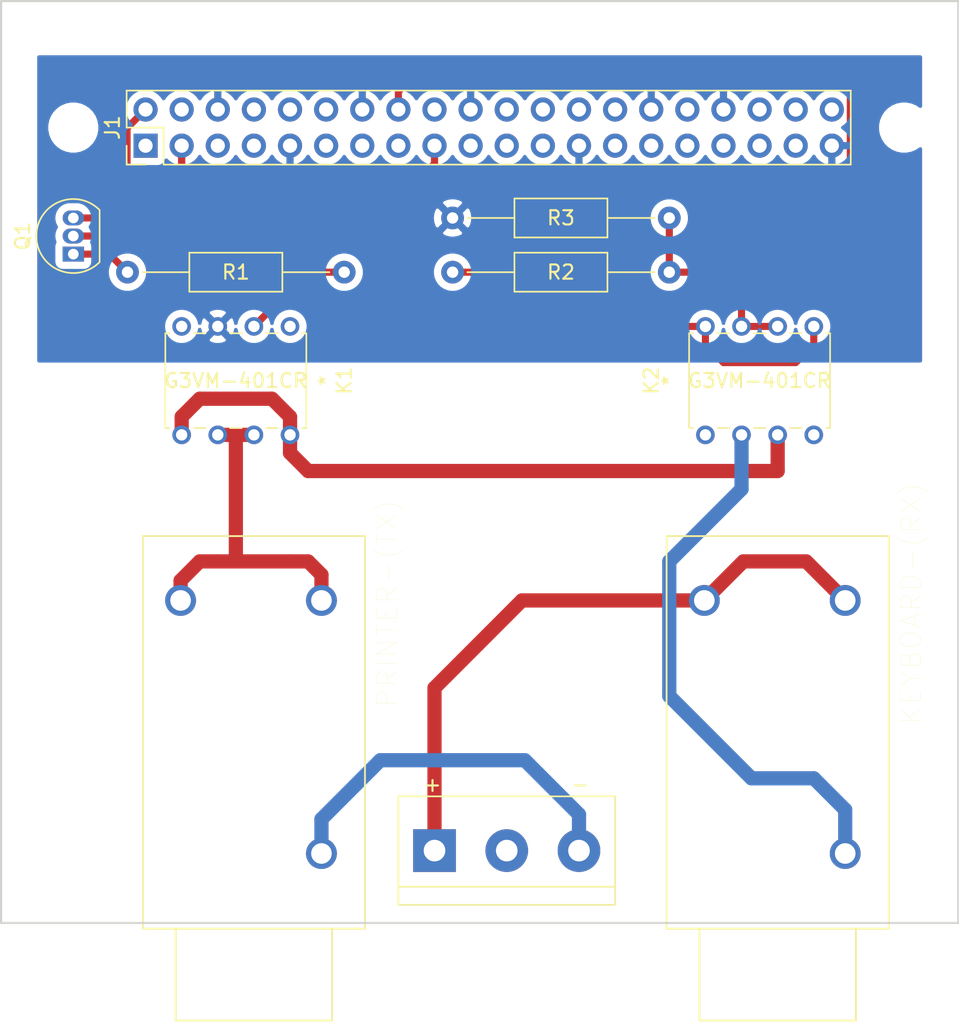
<source format=kicad_pcb>
(kicad_pcb (version 20171130) (host pcbnew 5.1.10-88a1d61d58~90~ubuntu20.04.1)

  (general
    (thickness 1.6)
    (drawings 4)
    (tracks 77)
    (zones 0)
    (modules 13)
    (nets 47)
  )

  (page A4)
  (layers
    (0 F.Cu signal)
    (31 B.Cu signal)
    (32 B.Adhes user)
    (33 F.Adhes user)
    (34 B.Paste user)
    (35 F.Paste user)
    (36 B.SilkS user)
    (37 F.SilkS user)
    (38 B.Mask user)
    (39 F.Mask user)
    (40 Dwgs.User user)
    (41 Cmts.User user)
    (42 Eco1.User user)
    (43 Eco2.User user)
    (44 Edge.Cuts user)
    (45 Margin user)
    (46 B.CrtYd user)
    (47 F.CrtYd user)
    (48 B.Fab user)
    (49 F.Fab user)
  )

  (setup
    (last_trace_width 0.5)
    (user_trace_width 0.5)
    (user_trace_width 1)
    (user_trace_width 2)
    (trace_clearance 0.2)
    (zone_clearance 0.508)
    (zone_45_only no)
    (trace_min 0.2)
    (via_size 0.8)
    (via_drill 0.4)
    (via_min_size 0.4)
    (via_min_drill 0.3)
    (uvia_size 0.3)
    (uvia_drill 0.1)
    (uvias_allowed no)
    (uvia_min_size 0.2)
    (uvia_min_drill 0.1)
    (edge_width 0.05)
    (segment_width 0.2)
    (pcb_text_width 0.3)
    (pcb_text_size 1.5 1.5)
    (mod_edge_width 0.12)
    (mod_text_size 1 1)
    (mod_text_width 0.15)
    (pad_size 1.524 1.524)
    (pad_drill 0.762)
    (pad_to_mask_clearance 0)
    (aux_axis_origin 0 0)
    (visible_elements FFFFFF7F)
    (pcbplotparams
      (layerselection 0x010fc_ffffffff)
      (usegerberextensions false)
      (usegerberattributes true)
      (usegerberadvancedattributes true)
      (creategerberjobfile true)
      (excludeedgelayer true)
      (linewidth 0.100000)
      (plotframeref false)
      (viasonmask false)
      (mode 1)
      (useauxorigin false)
      (hpglpennumber 1)
      (hpglpenspeed 20)
      (hpglpendiameter 15.000000)
      (psnegative false)
      (psa4output false)
      (plotreference true)
      (plotvalue true)
      (plotinvisibletext false)
      (padsonsilk false)
      (subtractmaskfromsilk false)
      (outputformat 1)
      (mirror false)
      (drillshape 0)
      (scaleselection 1)
      (outputdirectory "gerbers/"))
  )

  (net 0 "")
  (net 1 "Net-(J1-Pad40)")
  (net 2 "Net-(J1-Pad38)")
  (net 3 "Net-(J1-Pad37)")
  (net 4 "Net-(J1-Pad36)")
  (net 5 "Net-(J1-Pad35)")
  (net 6 "Net-(J1-Pad33)")
  (net 7 "Net-(J1-Pad32)")
  (net 8 "Net-(J1-Pad31)")
  (net 9 "Net-(J1-Pad29)")
  (net 10 "Net-(J1-Pad28)")
  (net 11 "Net-(J1-Pad27)")
  (net 12 "Net-(J1-Pad26)")
  (net 13 "Net-(J1-Pad24)")
  (net 14 "Net-(J1-Pad23)")
  (net 15 "Net-(J1-Pad22)")
  (net 16 "Net-(J1-Pad21)")
  (net 17 "Net-(J1-Pad19)")
  (net 18 "Net-(J1-Pad18)")
  (net 19 "Net-(J1-Pad17)")
  (net 20 "Net-(J1-Pad16)")
  (net 21 "Net-(J1-Pad15)")
  (net 22 "Net-(J1-Pad13)")
  (net 23 "Net-(J1-Pad12)")
  (net 24 "Net-(J1-Pad11)")
  (net 25 "Net-(J1-Pad10)")
  (net 26 "Net-(J1-Pad8)")
  (net 27 "Net-(J1-Pad7)")
  (net 28 "Net-(J1-Pad5)")
  (net 29 "Net-(J1-Pad4)")
  (net 30 "Net-(J1-Pad3)")
  (net 31 "Net-(J1-Pad2)")
  (net 32 "Net-(J1-Pad1)")
  (net 33 "Net-(Q1-Pad1)")
  (net 34 "Net-(K1-Pad2)")
  (net 35 "Net-(K1-Pad4)")
  (net 36 "Net-(K1-Pad1)")
  (net 37 GND)
  (net 38 "Net-(K2-Pad6)")
  (net 39 "Net-(K2-Pad4)")
  (net 40 "Net-(K2-Pad1)")
  (net 41 "Net-(J1-TX2-PadT)")
  (net 42 "Net-(J1-TX1-PadT)")
  (net 43 "Net-(J1-TX1-PadS)")
  (net 44 "Net-(J2-Pad2)")
  (net 45 "Net-(J1-TX2-PadS)")
  (net 46 "Net-(K1-Pad5)")

  (net_class Default "This is the default net class."
    (clearance 0.2)
    (trace_width 0.25)
    (via_dia 0.8)
    (via_drill 0.4)
    (uvia_dia 0.3)
    (uvia_drill 0.1)
    (add_net GND)
    (add_net "Net-(J1-Pad1)")
    (add_net "Net-(J1-Pad10)")
    (add_net "Net-(J1-Pad11)")
    (add_net "Net-(J1-Pad12)")
    (add_net "Net-(J1-Pad13)")
    (add_net "Net-(J1-Pad15)")
    (add_net "Net-(J1-Pad16)")
    (add_net "Net-(J1-Pad17)")
    (add_net "Net-(J1-Pad18)")
    (add_net "Net-(J1-Pad19)")
    (add_net "Net-(J1-Pad2)")
    (add_net "Net-(J1-Pad21)")
    (add_net "Net-(J1-Pad22)")
    (add_net "Net-(J1-Pad23)")
    (add_net "Net-(J1-Pad24)")
    (add_net "Net-(J1-Pad26)")
    (add_net "Net-(J1-Pad27)")
    (add_net "Net-(J1-Pad28)")
    (add_net "Net-(J1-Pad29)")
    (add_net "Net-(J1-Pad3)")
    (add_net "Net-(J1-Pad31)")
    (add_net "Net-(J1-Pad32)")
    (add_net "Net-(J1-Pad33)")
    (add_net "Net-(J1-Pad35)")
    (add_net "Net-(J1-Pad36)")
    (add_net "Net-(J1-Pad37)")
    (add_net "Net-(J1-Pad38)")
    (add_net "Net-(J1-Pad4)")
    (add_net "Net-(J1-Pad40)")
    (add_net "Net-(J1-Pad5)")
    (add_net "Net-(J1-Pad7)")
    (add_net "Net-(J1-Pad8)")
    (add_net "Net-(J1-TX1-PadS)")
    (add_net "Net-(J1-TX1-PadT)")
    (add_net "Net-(J1-TX2-PadS)")
    (add_net "Net-(J1-TX2-PadT)")
    (add_net "Net-(J2-Pad2)")
    (add_net "Net-(K1-Pad1)")
    (add_net "Net-(K1-Pad2)")
    (add_net "Net-(K1-Pad4)")
    (add_net "Net-(K1-Pad5)")
    (add_net "Net-(K2-Pad1)")
    (add_net "Net-(K2-Pad4)")
    (add_net "Net-(K2-Pad6)")
    (add_net "Net-(Q1-Pad1)")
  )

  (module MountingHole:MountingHole_2.5mm (layer F.Cu) (tedit 56D1B4CB) (tstamp 6141901B)
    (at 78.74 59.69)
    (descr "Mounting Hole 2.5mm, no annular")
    (tags "mounting hole 2.5mm no annular")
    (attr virtual)
    (fp_text reference REF** (at 0 -3.5) (layer F.SilkS) hide
      (effects (font (size 1 1) (thickness 0.15)))
    )
    (fp_text value MountingHole_2.5mm (at 0 3.5) (layer F.Fab) hide
      (effects (font (size 1 1) (thickness 0.15)))
    )
    (fp_text user %R (at 0.3 0) (layer F.Fab)
      (effects (font (size 1 1) (thickness 0.15)))
    )
    (fp_circle (center 0 0) (end 2.5 0) (layer Cmts.User) (width 0.15))
    (fp_circle (center 0 0) (end 2.75 0) (layer F.CrtYd) (width 0.05))
    (pad 1 np_thru_hole circle (at 0 0) (size 2.5 2.5) (drill 2.5) (layers *.Cu *.Mask))
  )

  (module MountingHole:MountingHole_2.5mm (layer F.Cu) (tedit 56D1B4CB) (tstamp 6141900D)
    (at 137.16 59.69)
    (descr "Mounting Hole 2.5mm, no annular")
    (tags "mounting hole 2.5mm no annular")
    (attr virtual)
    (fp_text reference REF** (at 0 -3.5) (layer F.SilkS) hide
      (effects (font (size 1 1) (thickness 0.15)))
    )
    (fp_text value MountingHole_2.5mm (at 0 3.5) (layer F.Fab) hide
      (effects (font (size 1 1) (thickness 0.15)))
    )
    (fp_circle (center 0 0) (end 2.75 0) (layer F.CrtYd) (width 0.05))
    (fp_circle (center 0 0) (end 2.5 0) (layer Cmts.User) (width 0.15))
    (fp_text user %R (at 0.3 0) (layer F.Fab)
      (effects (font (size 1 1) (thickness 0.15)))
    )
    (pad 1 np_thru_hole circle (at 0 0) (size 2.5 2.5) (drill 2.5) (layers *.Cu *.Mask))
  )

  (module MountingHole:MountingHole_2.5mm (layer F.Cu) (tedit 56D1B4CB) (tstamp 61418C88)
    (at 78.74 109.22)
    (descr "Mounting Hole 2.5mm, no annular")
    (tags "mounting hole 2.5mm no annular")
    (attr virtual)
    (fp_text reference REF** (at 0 -3.5) (layer F.SilkS) hide
      (effects (font (size 1 1) (thickness 0.15)))
    )
    (fp_text value MountingHole_2.5mm (at 0 3.5) (layer F.Fab) hide
      (effects (font (size 1 1) (thickness 0.15)))
    )
    (fp_circle (center 0 0) (end 2.75 0) (layer F.CrtYd) (width 0.05))
    (fp_circle (center 0 0) (end 2.5 0) (layer Cmts.User) (width 0.15))
    (fp_text user %R (at 0.3 0) (layer F.Fab)
      (effects (font (size 1 1) (thickness 0.15)))
    )
    (pad 1 np_thru_hole circle (at 0 0) (size 2.5 2.5) (drill 2.5) (layers *.Cu *.Mask))
  )

  (module Resistor_THT:R_Axial_DIN0207_L6.3mm_D2.5mm_P15.24mm_Horizontal (layer F.Cu) (tedit 5AE5139B) (tstamp 60F5293A)
    (at 97.79 69.85 180)
    (descr "Resistor, Axial_DIN0207 series, Axial, Horizontal, pin pitch=15.24mm, 0.25W = 1/4W, length*diameter=6.3*2.5mm^2, http://cdn-reichelt.de/documents/datenblatt/B400/1_4W%23YAG.pdf")
    (tags "Resistor Axial_DIN0207 series Axial Horizontal pin pitch 15.24mm 0.25W = 1/4W length 6.3mm diameter 2.5mm")
    (path /60F4ECAE)
    (fp_text reference R1 (at 7.62 0) (layer F.SilkS)
      (effects (font (size 1 1) (thickness 0.15)))
    )
    (fp_text value 3.3k (at 7.62 2.37) (layer F.Fab)
      (effects (font (size 1 1) (thickness 0.15)))
    )
    (fp_line (start 16.29 -1.5) (end -1.05 -1.5) (layer F.CrtYd) (width 0.05))
    (fp_line (start 16.29 1.5) (end 16.29 -1.5) (layer F.CrtYd) (width 0.05))
    (fp_line (start -1.05 1.5) (end 16.29 1.5) (layer F.CrtYd) (width 0.05))
    (fp_line (start -1.05 -1.5) (end -1.05 1.5) (layer F.CrtYd) (width 0.05))
    (fp_line (start 14.2 0) (end 10.89 0) (layer F.SilkS) (width 0.12))
    (fp_line (start 1.04 0) (end 4.35 0) (layer F.SilkS) (width 0.12))
    (fp_line (start 10.89 -1.37) (end 4.35 -1.37) (layer F.SilkS) (width 0.12))
    (fp_line (start 10.89 1.37) (end 10.89 -1.37) (layer F.SilkS) (width 0.12))
    (fp_line (start 4.35 1.37) (end 10.89 1.37) (layer F.SilkS) (width 0.12))
    (fp_line (start 4.35 -1.37) (end 4.35 1.37) (layer F.SilkS) (width 0.12))
    (fp_line (start 15.24 0) (end 10.77 0) (layer F.Fab) (width 0.1))
    (fp_line (start 0 0) (end 4.47 0) (layer F.Fab) (width 0.1))
    (fp_line (start 10.77 -1.25) (end 4.47 -1.25) (layer F.Fab) (width 0.1))
    (fp_line (start 10.77 1.25) (end 10.77 -1.25) (layer F.Fab) (width 0.1))
    (fp_line (start 4.47 1.25) (end 10.77 1.25) (layer F.Fab) (width 0.1))
    (fp_line (start 4.47 -1.25) (end 4.47 1.25) (layer F.Fab) (width 0.1))
    (fp_text user %R (at 7.62 0) (layer F.Fab)
      (effects (font (size 1 1) (thickness 0.15)))
    )
    (pad 2 thru_hole oval (at 15.24 0 180) (size 1.6 1.6) (drill 0.8) (layers *.Cu *.Mask)
      (net 33 "Net-(Q1-Pad1)"))
    (pad 1 thru_hole circle (at 0 0 180) (size 1.6 1.6) (drill 0.8) (layers *.Cu *.Mask)
      (net 34 "Net-(K1-Pad2)"))
    (model ${KISYS3DMOD}/Resistor_THT.3dshapes/R_Axial_DIN0207_L6.3mm_D2.5mm_P15.24mm_Horizontal.wrl
      (at (xyz 0 0 0))
      (scale (xyz 1 1 1))
      (rotate (xyz 0 0 0))
    )
  )

  (module TerminalBlock:TerminalBlock_bornier-3_P5.08mm (layer F.Cu) (tedit 59FF03B9) (tstamp 6140EE43)
    (at 104.14 110.49)
    (descr "simple 3-pin terminal block, pitch 5.08mm, revamped version of bornier3")
    (tags "terminal block bornier3")
    (path /60F3A74D)
    (fp_text reference "+            -" (at 5.05 -4.65) (layer F.SilkS)
      (effects (font (size 1 1) (thickness 0.15)))
    )
    (fp_text value 120VDC (at 5.08 5.08) (layer F.Fab)
      (effects (font (size 1 1) (thickness 0.15)))
    )
    (fp_line (start 12.88 4) (end -2.72 4) (layer F.CrtYd) (width 0.05))
    (fp_line (start 12.88 4) (end 12.88 -4) (layer F.CrtYd) (width 0.05))
    (fp_line (start -2.72 -4) (end -2.72 4) (layer F.CrtYd) (width 0.05))
    (fp_line (start -2.72 -4) (end 12.88 -4) (layer F.CrtYd) (width 0.05))
    (fp_line (start -2.54 3.81) (end 12.7 3.81) (layer F.SilkS) (width 0.12))
    (fp_line (start -2.54 -3.81) (end 12.7 -3.81) (layer F.SilkS) (width 0.12))
    (fp_line (start -2.54 2.54) (end 12.7 2.54) (layer F.SilkS) (width 0.12))
    (fp_line (start 12.7 3.81) (end 12.7 -3.81) (layer F.SilkS) (width 0.12))
    (fp_line (start -2.54 3.81) (end -2.54 -3.81) (layer F.SilkS) (width 0.12))
    (fp_line (start -2.47 3.75) (end -2.47 -3.75) (layer F.Fab) (width 0.1))
    (fp_line (start 12.63 3.75) (end -2.47 3.75) (layer F.Fab) (width 0.1))
    (fp_line (start 12.63 -3.75) (end 12.63 3.75) (layer F.Fab) (width 0.1))
    (fp_line (start -2.47 -3.75) (end 12.63 -3.75) (layer F.Fab) (width 0.1))
    (fp_line (start -2.47 2.55) (end 12.63 2.55) (layer F.Fab) (width 0.1))
    (fp_text user %R (at 5.08 0) (layer F.Fab)
      (effects (font (size 1 1) (thickness 0.15)))
    )
    (pad 3 thru_hole circle (at 10.16 0) (size 3 3) (drill 1.52) (layers *.Cu *.Mask)
      (net 43 "Net-(J1-TX1-PadS)"))
    (pad 2 thru_hole circle (at 5.08 0) (size 3 3) (drill 1.52) (layers *.Cu *.Mask)
      (net 44 "Net-(J2-Pad2)"))
    (pad 1 thru_hole rect (at 0 0) (size 3 3) (drill 1.52) (layers *.Cu *.Mask)
      (net 41 "Net-(J1-TX2-PadT)"))
    (model ${KISYS3DMOD}/TerminalBlock.3dshapes/TerminalBlock_bornier-3_P5.08mm.wrl
      (offset (xyz 5.079999923706055 0 0))
      (scale (xyz 1 1 1))
      (rotate (xyz 0 0 0))
    )
  )

  (module Resistor_THT:R_Axial_DIN0207_L6.3mm_D2.5mm_P15.24mm_Horizontal (layer F.Cu) (tedit 5AE5139B) (tstamp 6107240D)
    (at 105.41 66.04)
    (descr "Resistor, Axial_DIN0207 series, Axial, Horizontal, pin pitch=15.24mm, 0.25W = 1/4W, length*diameter=6.3*2.5mm^2, http://cdn-reichelt.de/documents/datenblatt/B400/1_4W%23YAG.pdf")
    (tags "Resistor Axial_DIN0207 series Axial Horizontal pin pitch 15.24mm 0.25W = 1/4W length 6.3mm diameter 2.5mm")
    (path /610F0A03)
    (fp_text reference R3 (at 7.62 0) (layer F.SilkS)
      (effects (font (size 1 1) (thickness 0.15)))
    )
    (fp_text value 100 (at 7.62 2.37) (layer F.Fab)
      (effects (font (size 1 1) (thickness 0.15)))
    )
    (fp_line (start 4.47 -1.25) (end 4.47 1.25) (layer F.Fab) (width 0.1))
    (fp_line (start 4.47 1.25) (end 10.77 1.25) (layer F.Fab) (width 0.1))
    (fp_line (start 10.77 1.25) (end 10.77 -1.25) (layer F.Fab) (width 0.1))
    (fp_line (start 10.77 -1.25) (end 4.47 -1.25) (layer F.Fab) (width 0.1))
    (fp_line (start 0 0) (end 4.47 0) (layer F.Fab) (width 0.1))
    (fp_line (start 15.24 0) (end 10.77 0) (layer F.Fab) (width 0.1))
    (fp_line (start 4.35 -1.37) (end 4.35 1.37) (layer F.SilkS) (width 0.12))
    (fp_line (start 4.35 1.37) (end 10.89 1.37) (layer F.SilkS) (width 0.12))
    (fp_line (start 10.89 1.37) (end 10.89 -1.37) (layer F.SilkS) (width 0.12))
    (fp_line (start 10.89 -1.37) (end 4.35 -1.37) (layer F.SilkS) (width 0.12))
    (fp_line (start 1.04 0) (end 4.35 0) (layer F.SilkS) (width 0.12))
    (fp_line (start 14.2 0) (end 10.89 0) (layer F.SilkS) (width 0.12))
    (fp_line (start -1.05 -1.5) (end -1.05 1.5) (layer F.CrtYd) (width 0.05))
    (fp_line (start -1.05 1.5) (end 16.29 1.5) (layer F.CrtYd) (width 0.05))
    (fp_line (start 16.29 1.5) (end 16.29 -1.5) (layer F.CrtYd) (width 0.05))
    (fp_line (start 16.29 -1.5) (end -1.05 -1.5) (layer F.CrtYd) (width 0.05))
    (fp_text user %R (at 7.62 0) (layer F.Fab)
      (effects (font (size 1 1) (thickness 0.15)))
    )
    (pad 2 thru_hole oval (at 15.24 0) (size 1.6 1.6) (drill 0.8) (layers *.Cu *.Mask)
      (net 38 "Net-(K2-Pad6)"))
    (pad 1 thru_hole circle (at 0 0) (size 1.6 1.6) (drill 0.8) (layers *.Cu *.Mask)
      (net 37 GND))
    (model ${KISYS3DMOD}/Resistor_THT.3dshapes/R_Axial_DIN0207_L6.3mm_D2.5mm_P15.24mm_Horizontal.wrl
      (at (xyz 0 0 0))
      (scale (xyz 1 1 1))
      (rotate (xyz 0 0 0))
    )
  )

  (module Resistor_THT:R_Axial_DIN0207_L6.3mm_D2.5mm_P15.24mm_Horizontal (layer F.Cu) (tedit 5AE5139B) (tstamp 610723F6)
    (at 105.41 69.85)
    (descr "Resistor, Axial_DIN0207 series, Axial, Horizontal, pin pitch=15.24mm, 0.25W = 1/4W, length*diameter=6.3*2.5mm^2, http://cdn-reichelt.de/documents/datenblatt/B400/1_4W%23YAG.pdf")
    (tags "Resistor Axial_DIN0207 series Axial Horizontal pin pitch 15.24mm 0.25W = 1/4W length 6.3mm diameter 2.5mm")
    (path /610A180A)
    (fp_text reference R2 (at 7.62 0) (layer F.SilkS)
      (effects (font (size 1 1) (thickness 0.15)))
    )
    (fp_text value 3.3k (at 7.62 2.37) (layer F.Fab)
      (effects (font (size 1 1) (thickness 0.15)))
    )
    (fp_line (start 4.47 -1.25) (end 4.47 1.25) (layer F.Fab) (width 0.1))
    (fp_line (start 4.47 1.25) (end 10.77 1.25) (layer F.Fab) (width 0.1))
    (fp_line (start 10.77 1.25) (end 10.77 -1.25) (layer F.Fab) (width 0.1))
    (fp_line (start 10.77 -1.25) (end 4.47 -1.25) (layer F.Fab) (width 0.1))
    (fp_line (start 0 0) (end 4.47 0) (layer F.Fab) (width 0.1))
    (fp_line (start 15.24 0) (end 10.77 0) (layer F.Fab) (width 0.1))
    (fp_line (start 4.35 -1.37) (end 4.35 1.37) (layer F.SilkS) (width 0.12))
    (fp_line (start 4.35 1.37) (end 10.89 1.37) (layer F.SilkS) (width 0.12))
    (fp_line (start 10.89 1.37) (end 10.89 -1.37) (layer F.SilkS) (width 0.12))
    (fp_line (start 10.89 -1.37) (end 4.35 -1.37) (layer F.SilkS) (width 0.12))
    (fp_line (start 1.04 0) (end 4.35 0) (layer F.SilkS) (width 0.12))
    (fp_line (start 14.2 0) (end 10.89 0) (layer F.SilkS) (width 0.12))
    (fp_line (start -1.05 -1.5) (end -1.05 1.5) (layer F.CrtYd) (width 0.05))
    (fp_line (start -1.05 1.5) (end 16.29 1.5) (layer F.CrtYd) (width 0.05))
    (fp_line (start 16.29 1.5) (end 16.29 -1.5) (layer F.CrtYd) (width 0.05))
    (fp_line (start 16.29 -1.5) (end -1.05 -1.5) (layer F.CrtYd) (width 0.05))
    (fp_text user %R (at 7.62 0) (layer F.Fab)
      (effects (font (size 1 1) (thickness 0.15)))
    )
    (pad 2 thru_hole oval (at 15.24 0) (size 1.6 1.6) (drill 0.8) (layers *.Cu *.Mask)
      (net 38 "Net-(K2-Pad6)"))
    (pad 1 thru_hole circle (at 0 0) (size 1.6 1.6) (drill 0.8) (layers *.Cu *.Mask)
      (net 20 "Net-(J1-Pad16)"))
    (model ${KISYS3DMOD}/Resistor_THT.3dshapes/R_Axial_DIN0207_L6.3mm_D2.5mm_P15.24mm_Horizontal.wrl
      (at (xyz 0 0 0))
      (scale (xyz 1 1 1))
      (rotate (xyz 0 0 0))
    )
  )

  (module G3VM-401CR:G3VM-401CR (layer F.Cu) (tedit 0) (tstamp 614196EA)
    (at 127 77.47 90)
    (path /6107F9EE)
    (fp_text reference K2 (at 0 -7.62 90) (layer F.SilkS)
      (effects (font (size 1 1) (thickness 0.15)))
    )
    (fp_text value G3VM-401CR (at 0 0 180) (layer F.SilkS)
      (effects (font (size 1 1) (thickness 0.15)))
    )
    (fp_line (start -3.327001 4.957001) (end 3.327001 4.957001) (layer F.SilkS) (width 0.12))
    (fp_line (start 3.327001 4.957001) (end 3.327001 4.677778) (layer F.SilkS) (width 0.12))
    (fp_line (start 3.327001 -4.957001) (end -3.327001 -4.957001) (layer F.SilkS) (width 0.12))
    (fp_line (start -3.327001 -4.957001) (end -3.327001 -4.677778) (layer F.SilkS) (width 0.12))
    (fp_line (start -3.200001 4.830001) (end 3.200001 4.830001) (layer F.Fab) (width 0.1))
    (fp_line (start 3.200001 4.830001) (end 3.200001 -4.830001) (layer F.Fab) (width 0.1))
    (fp_line (start 3.200001 -4.830001) (end -3.200001 -4.830001) (layer F.Fab) (width 0.1))
    (fp_line (start -3.200001 -4.830001) (end -3.200001 4.830001) (layer F.Fab) (width 0.1))
    (fp_line (start -3.327001 -2.942222) (end -3.327001 -2.137778) (layer F.SilkS) (width 0.12))
    (fp_line (start -3.327001 -0.402222) (end -3.327001 0.402222) (layer F.SilkS) (width 0.12))
    (fp_line (start -3.327001 2.137778) (end -3.327001 2.942222) (layer F.SilkS) (width 0.12))
    (fp_line (start -3.327001 4.677778) (end -3.327001 4.957001) (layer F.SilkS) (width 0.12))
    (fp_line (start 3.327001 2.942222) (end 3.327001 2.137778) (layer F.SilkS) (width 0.12))
    (fp_line (start 3.327001 0.402222) (end 3.327001 -0.402222) (layer F.SilkS) (width 0.12))
    (fp_line (start 3.327001 -2.137778) (end 3.327001 -2.942222) (layer F.SilkS) (width 0.12))
    (fp_line (start 3.327001 -4.677778) (end 3.327001 -4.957001) (layer F.SilkS) (width 0.12))
    (fp_line (start -4.7244 4.7244) (end -4.7244 -4.7244) (layer F.CrtYd) (width 0.05))
    (fp_line (start -4.7244 -4.7244) (end -3.454 -4.7244) (layer F.CrtYd) (width 0.05))
    (fp_line (start -3.454 -4.7244) (end -3.454 -5.084001) (layer F.CrtYd) (width 0.05))
    (fp_line (start -3.454 -5.084001) (end 3.454 -5.084001) (layer F.CrtYd) (width 0.05))
    (fp_line (start 3.454 -5.084001) (end 3.454 -4.7244) (layer F.CrtYd) (width 0.05))
    (fp_line (start 3.454 -4.7244) (end 4.7244 -4.7244) (layer F.CrtYd) (width 0.05))
    (fp_line (start 4.7244 -4.7244) (end 4.7244 4.7244) (layer F.CrtYd) (width 0.05))
    (fp_line (start 4.7244 4.7244) (end 3.454 4.7244) (layer F.CrtYd) (width 0.05))
    (fp_line (start 3.454 4.7244) (end 3.454 5.084001) (layer F.CrtYd) (width 0.05))
    (fp_line (start 3.454 5.084001) (end -3.454 5.084001) (layer F.CrtYd) (width 0.05))
    (fp_line (start -3.454 5.084001) (end -3.454 4.7244) (layer F.CrtYd) (width 0.05))
    (fp_line (start -3.454 4.7244) (end -4.7244 4.7244) (layer F.CrtYd) (width 0.05))
    (fp_circle (center -2.946 -3.81) (end -2.946 -3.81) (layer F.Fab) (width 0.1))
    (fp_arc (start 0 -4.830001) (end 0.3048 -4.830001) (angle 180) (layer F.Fab) (width 0.1))
    (fp_text user 0.052in/1.321mm (at 6.858 -3.81 90) (layer Dwgs.User)
      (effects (font (size 1 1) (thickness 0.15)))
    )
    (fp_text user 0.3in/7.62mm (at 0 6.858 90) (layer Dwgs.User)
      (effects (font (size 1 1) (thickness 0.15)))
    )
    (fp_text user 0.1in/2.54mm (at -6.858 -2.54 90) (layer Dwgs.User)
      (effects (font (size 1 1) (thickness 0.15)))
    )
    (fp_text user 0.052in/1.321mm (at -3.81 -7.878001 90) (layer Dwgs.User)
      (effects (font (size 1 1) (thickness 0.15)))
    )
    (fp_text user * (at 0 -6.35 90) (layer F.SilkS)
      (effects (font (size 1 1) (thickness 0.15)))
    )
    (fp_text user "Copyright 2021 Accelerated Designs. All rights reserved." (at 0 0 90) (layer Cmts.User)
      (effects (font (size 0.127 0.127) (thickness 0.002)))
    )
    (pad 8 thru_hole circle (at 3.81 -3.81 90) (size 1.3081 1.3081) (drill 0.8001) (layers *.Cu *.Mask)
      (net 19 "Net-(J1-Pad17)"))
    (pad 7 thru_hole circle (at 3.81 -1.27 90) (size 1.3081 1.3081) (drill 0.8001) (layers *.Cu *.Mask)
      (net 38 "Net-(K2-Pad6)"))
    (pad 6 thru_hole circle (at 3.81 1.27 90) (size 1.3081 1.3081) (drill 0.8001) (layers *.Cu *.Mask)
      (net 38 "Net-(K2-Pad6)"))
    (pad 5 thru_hole circle (at 3.81 3.81 90) (size 1.3081 1.3081) (drill 0.8001) (layers *.Cu *.Mask)
      (net 19 "Net-(J1-Pad17)"))
    (pad 4 thru_hole circle (at -3.81 3.81 90) (size 1.3081 1.3081) (drill 0.8001) (layers *.Cu *.Mask)
      (net 39 "Net-(K2-Pad4)"))
    (pad 3 thru_hole circle (at -3.81 1.27 90) (size 1.3081 1.3081) (drill 0.8001) (layers *.Cu *.Mask)
      (net 46 "Net-(K1-Pad5)"))
    (pad 2 thru_hole circle (at -3.81 -1.27 90) (size 1.3081 1.3081) (drill 0.8001) (layers *.Cu *.Mask)
      (net 45 "Net-(J1-TX2-PadS)"))
    (pad 1 thru_hole circle (at -3.81 -3.81 90) (size 1.3081 1.3081) (drill 0.8001) (layers *.Cu *.Mask)
      (net 40 "Net-(K2-Pad1)"))
  )

  (module SN37A12A:SWITCHCRAFT_SN37A12A (layer F.Cu) (tedit 60883C44) (tstamp 61072300)
    (at 128.27 105.41 270)
    (path /61099643)
    (fp_text reference "KEYBOARD-(RX)" (at -12.2718 -9.389 90) (layer F.SilkS)
      (effects (font (size 1.4 1.4) (thickness 0.015)))
    )
    (fp_text value SN37A12A (at 1.0632 9.389 90) (layer F.Fab)
      (effects (font (size 1.4 1.4) (thickness 0.015)))
    )
    (fp_line (start -17.018 -7.8105) (end 10.5664 -7.8105) (layer F.Fab) (width 0.127))
    (fp_line (start 10.5664 -7.8105) (end 10.5664 -5.4991) (layer F.Fab) (width 0.127))
    (fp_line (start 10.5664 -5.4991) (end 10.5664 5.4991) (layer F.Fab) (width 0.127))
    (fp_line (start 10.5664 5.4991) (end 10.5664 7.8105) (layer F.Fab) (width 0.127))
    (fp_line (start 10.5664 7.8105) (end -17.018 7.8105) (layer F.Fab) (width 0.127))
    (fp_line (start -17.018 7.8105) (end -17.018 -7.8105) (layer F.Fab) (width 0.127))
    (fp_line (start 10.5664 -5.4991) (end 17.018 -5.4991) (layer F.Fab) (width 0.127))
    (fp_line (start 17.018 -5.4991) (end 17.018 5.4991) (layer F.Fab) (width 0.127))
    (fp_line (start 17.018 5.4991) (end 10.5664 5.4991) (layer F.Fab) (width 0.127))
    (fp_line (start -17.018 -7.8105) (end 10.5664 -7.8105) (layer F.SilkS) (width 0.127))
    (fp_line (start 10.5664 -7.8105) (end 10.5664 -5.4991) (layer F.SilkS) (width 0.127))
    (fp_line (start 10.5664 -5.4991) (end 10.5664 5.4991) (layer F.SilkS) (width 0.127))
    (fp_line (start 10.5664 5.4991) (end 10.5664 7.8105) (layer F.SilkS) (width 0.127))
    (fp_line (start 10.5664 7.8105) (end -17.018 7.8105) (layer F.SilkS) (width 0.127))
    (fp_line (start -17.018 7.8105) (end -17.018 -7.8105) (layer F.SilkS) (width 0.127))
    (fp_line (start 10.5664 -5.4991) (end 17.018 -5.4991) (layer F.SilkS) (width 0.127))
    (fp_line (start 17.018 -5.4991) (end 17.018 5.4991) (layer F.SilkS) (width 0.127))
    (fp_line (start 17.018 5.4991) (end 10.5664 5.4991) (layer F.SilkS) (width 0.127))
    (fp_line (start 10.8164 -5.7491) (end 10.8164 -8.0605) (layer F.CrtYd) (width 0.05))
    (fp_line (start 10.8164 -8.0605) (end -17.268 -8.0605) (layer F.CrtYd) (width 0.05))
    (fp_line (start -17.268 -8.0605) (end -17.268 8.0605) (layer F.CrtYd) (width 0.05))
    (fp_line (start -17.268 8.0605) (end 10.8164 8.0605) (layer F.CrtYd) (width 0.05))
    (fp_line (start 10.8164 8.0605) (end 10.8164 5.7491) (layer F.CrtYd) (width 0.05))
    (fp_line (start 10.8164 5.7491) (end 17.268 5.7491) (layer F.CrtYd) (width 0.05))
    (fp_line (start 17.268 5.7491) (end 17.268 -5.7491) (layer F.CrtYd) (width 0.05))
    (fp_line (start 17.268 -5.7491) (end 10.8164 -5.7491) (layer F.CrtYd) (width 0.05))
    (fp_circle (center -12.4968 0) (end -11.557 0) (layer F.Mask) (width 1.8796))
    (fp_circle (center 5.2832 0) (end 6.223 0) (layer B.Mask) (width 1.8796))
    (fp_circle (center -7.4168 0) (end -6.477 0) (layer F.Mask) (width 1.8796))
    (fp_circle (center 5.2832 0) (end 6.223 0) (layer F.Mask) (width 1.8796))
    (fp_circle (center -12.4968 0) (end -11.557 0) (layer B.Mask) (width 1.8796))
    (fp_circle (center -7.4168 0) (end -6.477 0) (layer B.Mask) (width 1.8796))
    (pad TB thru_hole circle (at -12.4968 5.1562 270) (size 2.1717 2.1717) (drill 1.4478) (layers *.Cu *.Mask)
      (net 41 "Net-(J1-TX2-PadT)"))
    (pad T thru_hole circle (at -12.4968 -4.7498 270) (size 2.1717 2.1717) (drill 1.4478) (layers *.Cu *.Mask)
      (net 41 "Net-(J1-TX2-PadT)"))
    (pad S thru_hole circle (at 5.2832 -4.7498 270) (size 2.1717 2.1717) (drill 1.4478) (layers *.Cu *.Mask)
      (net 45 "Net-(J1-TX2-PadS)"))
    (pad None np_thru_hole circle (at -12.4968 0 270) (size 3.2512 3.2512) (drill 3.2512) (layers *.Cu *.Mask))
    (pad None np_thru_hole circle (at -7.4168 0 270) (size 3.2512 3.2512) (drill 3.2512) (layers *.Cu *.Mask))
    (pad None np_thru_hole circle (at 5.2832 0 270) (size 3.2512 3.2512) (drill 3.2512) (layers *.Cu *.Mask))
  )

  (module G3VM-401CR:G3VM-401CR (layer F.Cu) (tedit 0) (tstamp 60F532B8)
    (at 90.17 77.47 270)
    (path /60F79FEF)
    (fp_text reference K1 (at 0 -7.62 270) (layer F.SilkS)
      (effects (font (size 1 1) (thickness 0.15)))
    )
    (fp_text value G3VM-401CR (at 0 0 180) (layer F.SilkS)
      (effects (font (size 1 1) (thickness 0.15)))
    )
    (fp_line (start -3.327001 4.957001) (end 3.327001 4.957001) (layer F.SilkS) (width 0.12))
    (fp_line (start 3.327001 4.957001) (end 3.327001 4.677778) (layer F.SilkS) (width 0.12))
    (fp_line (start 3.327001 -4.957001) (end -3.327001 -4.957001) (layer F.SilkS) (width 0.12))
    (fp_line (start -3.327001 -4.957001) (end -3.327001 -4.677778) (layer F.SilkS) (width 0.12))
    (fp_line (start -3.200001 4.830001) (end 3.200001 4.830001) (layer F.Fab) (width 0.1))
    (fp_line (start 3.200001 4.830001) (end 3.200001 -4.830001) (layer F.Fab) (width 0.1))
    (fp_line (start 3.200001 -4.830001) (end -3.200001 -4.830001) (layer F.Fab) (width 0.1))
    (fp_line (start -3.200001 -4.830001) (end -3.200001 4.830001) (layer F.Fab) (width 0.1))
    (fp_line (start -3.327001 -2.942222) (end -3.327001 -2.137778) (layer F.SilkS) (width 0.12))
    (fp_line (start -3.327001 -0.402222) (end -3.327001 0.402222) (layer F.SilkS) (width 0.12))
    (fp_line (start -3.327001 2.137778) (end -3.327001 2.942222) (layer F.SilkS) (width 0.12))
    (fp_line (start -3.327001 4.677778) (end -3.327001 4.957001) (layer F.SilkS) (width 0.12))
    (fp_line (start 3.327001 2.942222) (end 3.327001 2.137778) (layer F.SilkS) (width 0.12))
    (fp_line (start 3.327001 0.402222) (end 3.327001 -0.402222) (layer F.SilkS) (width 0.12))
    (fp_line (start 3.327001 -2.137778) (end 3.327001 -2.942222) (layer F.SilkS) (width 0.12))
    (fp_line (start 3.327001 -4.677778) (end 3.327001 -4.957001) (layer F.SilkS) (width 0.12))
    (fp_line (start -4.7244 4.7244) (end -4.7244 -4.7244) (layer F.CrtYd) (width 0.05))
    (fp_line (start -4.7244 -4.7244) (end -3.454 -4.7244) (layer F.CrtYd) (width 0.05))
    (fp_line (start -3.454 -4.7244) (end -3.454 -5.084001) (layer F.CrtYd) (width 0.05))
    (fp_line (start -3.454 -5.084001) (end 3.454 -5.084001) (layer F.CrtYd) (width 0.05))
    (fp_line (start 3.454 -5.084001) (end 3.454 -4.7244) (layer F.CrtYd) (width 0.05))
    (fp_line (start 3.454 -4.7244) (end 4.7244 -4.7244) (layer F.CrtYd) (width 0.05))
    (fp_line (start 4.7244 -4.7244) (end 4.7244 4.7244) (layer F.CrtYd) (width 0.05))
    (fp_line (start 4.7244 4.7244) (end 3.454 4.7244) (layer F.CrtYd) (width 0.05))
    (fp_line (start 3.454 4.7244) (end 3.454 5.084001) (layer F.CrtYd) (width 0.05))
    (fp_line (start 3.454 5.084001) (end -3.454 5.084001) (layer F.CrtYd) (width 0.05))
    (fp_line (start -3.454 5.084001) (end -3.454 4.7244) (layer F.CrtYd) (width 0.05))
    (fp_line (start -3.454 4.7244) (end -4.7244 4.7244) (layer F.CrtYd) (width 0.05))
    (fp_circle (center -2.946 -3.81) (end -2.946 -3.81) (layer F.Fab) (width 0.1))
    (fp_arc (start 0 -4.830001) (end 0.3048 -4.830001) (angle 180) (layer F.Fab) (width 0.1))
    (fp_text user 0.052in/1.321mm (at 6.858 -3.81 90) (layer Dwgs.User)
      (effects (font (size 1 1) (thickness 0.15)))
    )
    (fp_text user 0.3in/7.62mm (at 0 6.858 90) (layer Dwgs.User)
      (effects (font (size 1 1) (thickness 0.15)))
    )
    (fp_text user 0.1in/2.54mm (at -6.858 -2.54 90) (layer Dwgs.User)
      (effects (font (size 1 1) (thickness 0.15)))
    )
    (fp_text user 0.052in/1.321mm (at -3.81 -7.878001 90) (layer Dwgs.User)
      (effects (font (size 1 1) (thickness 0.15)))
    )
    (fp_text user * (at 0 -6.35 90) (layer F.Fab)
      (effects (font (size 1 1) (thickness 0.15)))
    )
    (fp_text user * (at 0 -6.35 90) (layer F.SilkS)
      (effects (font (size 1 1) (thickness 0.15)))
    )
    (fp_text user "Copyright 2021 Accelerated Designs. All rights reserved." (at 0 0 90) (layer Cmts.User)
      (effects (font (size 0.127 0.127) (thickness 0.002)))
    )
    (pad 8 thru_hole circle (at 3.81 -3.81 270) (size 1.3081 1.3081) (drill 0.8001) (layers *.Cu *.Mask)
      (net 46 "Net-(K1-Pad5)"))
    (pad 7 thru_hole circle (at 3.81 -1.27 270) (size 1.3081 1.3081) (drill 0.8001) (layers *.Cu *.Mask)
      (net 42 "Net-(J1-TX1-PadT)"))
    (pad 6 thru_hole circle (at 3.81 1.27 270) (size 1.3081 1.3081) (drill 0.8001) (layers *.Cu *.Mask)
      (net 42 "Net-(J1-TX1-PadT)"))
    (pad 5 thru_hole circle (at 3.81 3.81 270) (size 1.3081 1.3081) (drill 0.8001) (layers *.Cu *.Mask)
      (net 46 "Net-(K1-Pad5)"))
    (pad 4 thru_hole circle (at -3.81 3.81 270) (size 1.3081 1.3081) (drill 0.8001) (layers *.Cu *.Mask)
      (net 35 "Net-(K1-Pad4)"))
    (pad 3 thru_hole circle (at -3.81 1.27 270) (size 1.3081 1.3081) (drill 0.8001) (layers *.Cu *.Mask)
      (net 37 GND))
    (pad 2 thru_hole circle (at -3.81 -1.27 270) (size 1.3081 1.3081) (drill 0.8001) (layers *.Cu *.Mask)
      (net 34 "Net-(K1-Pad2)"))
    (pad 1 thru_hole circle (at -3.81 -3.81 270) (size 1.3081 1.3081) (drill 0.8001) (layers *.Cu *.Mask)
      (net 36 "Net-(K1-Pad1)"))
  )

  (module Package_TO_SOT_THT:TO-92_Inline (layer F.Cu) (tedit 5A1DD157) (tstamp 60F51395)
    (at 78.74 68.58 90)
    (descr "TO-92 leads in-line, narrow, oval pads, drill 0.75mm (see NXP sot054_po.pdf)")
    (tags "to-92 sc-43 sc-43a sot54 PA33 transistor")
    (path /60F4B024)
    (fp_text reference Q1 (at 1.27 -3.56 90) (layer F.SilkS)
      (effects (font (size 1 1) (thickness 0.15)))
    )
    (fp_text value 2N3904 (at 1.27 2.79 90) (layer F.Fab)
      (effects (font (size 1 1) (thickness 0.15)))
    )
    (fp_line (start 4 2.01) (end -1.46 2.01) (layer F.CrtYd) (width 0.05))
    (fp_line (start 4 2.01) (end 4 -2.73) (layer F.CrtYd) (width 0.05))
    (fp_line (start -1.46 -2.73) (end -1.46 2.01) (layer F.CrtYd) (width 0.05))
    (fp_line (start -1.46 -2.73) (end 4 -2.73) (layer F.CrtYd) (width 0.05))
    (fp_line (start -0.5 1.75) (end 3 1.75) (layer F.Fab) (width 0.1))
    (fp_line (start -0.53 1.85) (end 3.07 1.85) (layer F.SilkS) (width 0.12))
    (fp_arc (start 1.27 0) (end 1.27 -2.6) (angle 135) (layer F.SilkS) (width 0.12))
    (fp_arc (start 1.27 0) (end 1.27 -2.48) (angle -135) (layer F.Fab) (width 0.1))
    (fp_arc (start 1.27 0) (end 1.27 -2.6) (angle -135) (layer F.SilkS) (width 0.12))
    (fp_arc (start 1.27 0) (end 1.27 -2.48) (angle 135) (layer F.Fab) (width 0.1))
    (fp_text user %R (at 1.27 0 90) (layer F.Fab)
      (effects (font (size 1 1) (thickness 0.15)))
    )
    (pad 1 thru_hole rect (at 0 0 90) (size 1.05 1.5) (drill 0.75) (layers *.Cu *.Mask)
      (net 33 "Net-(Q1-Pad1)"))
    (pad 3 thru_hole oval (at 2.54 0 90) (size 1.05 1.5) (drill 0.75) (layers *.Cu *.Mask)
      (net 31 "Net-(J1-Pad2)"))
    (pad 2 thru_hole oval (at 1.27 0 90) (size 1.05 1.5) (drill 0.75) (layers *.Cu *.Mask)
      (net 30 "Net-(J1-Pad3)"))
    (model ${KISYS3DMOD}/Package_TO_SOT_THT.3dshapes/TO-92_Inline.wrl
      (at (xyz 0 0 0))
      (scale (xyz 1 1 1))
      (rotate (xyz 0 0 0))
    )
  )

  (module Connector_PinHeader_2.54mm:PinHeader_2x20_P2.54mm_Vertical (layer F.Cu) (tedit 59FED5CC) (tstamp 6088B6F3)
    (at 83.82 60.96 90)
    (descr "Through hole straight pin header, 2x20, 2.54mm pitch, double rows")
    (tags "Through hole pin header THT 2x20 2.54mm double row")
    (path /608829BB)
    (fp_text reference J1 (at 1.27 -2.33 90) (layer F.SilkS)
      (effects (font (size 1 1) (thickness 0.15)))
    )
    (fp_text value Raspberry_Pi_2_3 (at 1.27 50.59 90) (layer F.Fab)
      (effects (font (size 1 1) (thickness 0.15)))
    )
    (fp_line (start 0 -1.27) (end 3.81 -1.27) (layer F.Fab) (width 0.1))
    (fp_line (start 3.81 -1.27) (end 3.81 49.53) (layer F.Fab) (width 0.1))
    (fp_line (start 3.81 49.53) (end -1.27 49.53) (layer F.Fab) (width 0.1))
    (fp_line (start -1.27 49.53) (end -1.27 0) (layer F.Fab) (width 0.1))
    (fp_line (start -1.27 0) (end 0 -1.27) (layer F.Fab) (width 0.1))
    (fp_line (start -1.33 49.59) (end 3.87 49.59) (layer F.SilkS) (width 0.12))
    (fp_line (start -1.33 1.27) (end -1.33 49.59) (layer F.SilkS) (width 0.12))
    (fp_line (start 3.87 -1.33) (end 3.87 49.59) (layer F.SilkS) (width 0.12))
    (fp_line (start -1.33 1.27) (end 1.27 1.27) (layer F.SilkS) (width 0.12))
    (fp_line (start 1.27 1.27) (end 1.27 -1.33) (layer F.SilkS) (width 0.12))
    (fp_line (start 1.27 -1.33) (end 3.87 -1.33) (layer F.SilkS) (width 0.12))
    (fp_line (start -1.33 0) (end -1.33 -1.33) (layer F.SilkS) (width 0.12))
    (fp_line (start -1.33 -1.33) (end 0 -1.33) (layer F.SilkS) (width 0.12))
    (fp_line (start -1.8 -1.8) (end -1.8 50.05) (layer F.CrtYd) (width 0.05))
    (fp_line (start -1.8 50.05) (end 4.35 50.05) (layer F.CrtYd) (width 0.05))
    (fp_line (start 4.35 50.05) (end 4.35 -1.8) (layer F.CrtYd) (width 0.05))
    (fp_line (start 4.35 -1.8) (end -1.8 -1.8) (layer F.CrtYd) (width 0.05))
    (fp_text user %R (at 1.27 24.13) (layer F.Fab)
      (effects (font (size 1 1) (thickness 0.15)))
    )
    (pad 40 thru_hole oval (at 2.54 48.26 90) (size 1.7 1.7) (drill 1) (layers *.Cu *.Mask)
      (net 1 "Net-(J1-Pad40)"))
    (pad 39 thru_hole oval (at 0 48.26 90) (size 1.7 1.7) (drill 1) (layers *.Cu *.Mask)
      (net 37 GND))
    (pad 38 thru_hole oval (at 2.54 45.72 90) (size 1.7 1.7) (drill 1) (layers *.Cu *.Mask)
      (net 2 "Net-(J1-Pad38)"))
    (pad 37 thru_hole oval (at 0 45.72 90) (size 1.7 1.7) (drill 1) (layers *.Cu *.Mask)
      (net 3 "Net-(J1-Pad37)"))
    (pad 36 thru_hole oval (at 2.54 43.18 90) (size 1.7 1.7) (drill 1) (layers *.Cu *.Mask)
      (net 4 "Net-(J1-Pad36)"))
    (pad 35 thru_hole oval (at 0 43.18 90) (size 1.7 1.7) (drill 1) (layers *.Cu *.Mask)
      (net 5 "Net-(J1-Pad35)"))
    (pad 34 thru_hole oval (at 2.54 40.64 90) (size 1.7 1.7) (drill 1) (layers *.Cu *.Mask)
      (net 37 GND))
    (pad 33 thru_hole oval (at 0 40.64 90) (size 1.7 1.7) (drill 1) (layers *.Cu *.Mask)
      (net 6 "Net-(J1-Pad33)"))
    (pad 32 thru_hole oval (at 2.54 38.1 90) (size 1.7 1.7) (drill 1) (layers *.Cu *.Mask)
      (net 7 "Net-(J1-Pad32)"))
    (pad 31 thru_hole oval (at 0 38.1 90) (size 1.7 1.7) (drill 1) (layers *.Cu *.Mask)
      (net 8 "Net-(J1-Pad31)"))
    (pad 30 thru_hole oval (at 2.54 35.56 90) (size 1.7 1.7) (drill 1) (layers *.Cu *.Mask)
      (net 37 GND))
    (pad 29 thru_hole oval (at 0 35.56 90) (size 1.7 1.7) (drill 1) (layers *.Cu *.Mask)
      (net 9 "Net-(J1-Pad29)"))
    (pad 28 thru_hole oval (at 2.54 33.02 90) (size 1.7 1.7) (drill 1) (layers *.Cu *.Mask)
      (net 10 "Net-(J1-Pad28)"))
    (pad 27 thru_hole oval (at 0 33.02 90) (size 1.7 1.7) (drill 1) (layers *.Cu *.Mask)
      (net 11 "Net-(J1-Pad27)"))
    (pad 26 thru_hole oval (at 2.54 30.48 90) (size 1.7 1.7) (drill 1) (layers *.Cu *.Mask)
      (net 12 "Net-(J1-Pad26)"))
    (pad 25 thru_hole oval (at 0 30.48 90) (size 1.7 1.7) (drill 1) (layers *.Cu *.Mask)
      (net 37 GND))
    (pad 24 thru_hole oval (at 2.54 27.94 90) (size 1.7 1.7) (drill 1) (layers *.Cu *.Mask)
      (net 13 "Net-(J1-Pad24)"))
    (pad 23 thru_hole oval (at 0 27.94 90) (size 1.7 1.7) (drill 1) (layers *.Cu *.Mask)
      (net 14 "Net-(J1-Pad23)"))
    (pad 22 thru_hole oval (at 2.54 25.4 90) (size 1.7 1.7) (drill 1) (layers *.Cu *.Mask)
      (net 15 "Net-(J1-Pad22)"))
    (pad 21 thru_hole oval (at 0 25.4 90) (size 1.7 1.7) (drill 1) (layers *.Cu *.Mask)
      (net 16 "Net-(J1-Pad21)"))
    (pad 20 thru_hole oval (at 2.54 22.86 90) (size 1.7 1.7) (drill 1) (layers *.Cu *.Mask)
      (net 37 GND))
    (pad 19 thru_hole oval (at 0 22.86 90) (size 1.7 1.7) (drill 1) (layers *.Cu *.Mask)
      (net 17 "Net-(J1-Pad19)"))
    (pad 18 thru_hole oval (at 2.54 20.32 90) (size 1.7 1.7) (drill 1) (layers *.Cu *.Mask)
      (net 18 "Net-(J1-Pad18)"))
    (pad 17 thru_hole oval (at 0 20.32 90) (size 1.7 1.7) (drill 1) (layers *.Cu *.Mask)
      (net 19 "Net-(J1-Pad17)"))
    (pad 16 thru_hole oval (at 2.54 17.78 90) (size 1.7 1.7) (drill 1) (layers *.Cu *.Mask)
      (net 20 "Net-(J1-Pad16)"))
    (pad 15 thru_hole oval (at 0 17.78 90) (size 1.7 1.7) (drill 1) (layers *.Cu *.Mask)
      (net 21 "Net-(J1-Pad15)"))
    (pad 14 thru_hole oval (at 2.54 15.24 90) (size 1.7 1.7) (drill 1) (layers *.Cu *.Mask)
      (net 37 GND))
    (pad 13 thru_hole oval (at 0 15.24 90) (size 1.7 1.7) (drill 1) (layers *.Cu *.Mask)
      (net 22 "Net-(J1-Pad13)"))
    (pad 12 thru_hole oval (at 2.54 12.7 90) (size 1.7 1.7) (drill 1) (layers *.Cu *.Mask)
      (net 23 "Net-(J1-Pad12)"))
    (pad 11 thru_hole oval (at 0 12.7 90) (size 1.7 1.7) (drill 1) (layers *.Cu *.Mask)
      (net 24 "Net-(J1-Pad11)"))
    (pad 10 thru_hole oval (at 2.54 10.16 90) (size 1.7 1.7) (drill 1) (layers *.Cu *.Mask)
      (net 25 "Net-(J1-Pad10)"))
    (pad 9 thru_hole oval (at 0 10.16 90) (size 1.7 1.7) (drill 1) (layers *.Cu *.Mask)
      (net 37 GND))
    (pad 8 thru_hole oval (at 2.54 7.62 90) (size 1.7 1.7) (drill 1) (layers *.Cu *.Mask)
      (net 26 "Net-(J1-Pad8)"))
    (pad 7 thru_hole oval (at 0 7.62 90) (size 1.7 1.7) (drill 1) (layers *.Cu *.Mask)
      (net 27 "Net-(J1-Pad7)"))
    (pad 6 thru_hole oval (at 2.54 5.08 90) (size 1.7 1.7) (drill 1) (layers *.Cu *.Mask)
      (net 37 GND))
    (pad 5 thru_hole oval (at 0 5.08 90) (size 1.7 1.7) (drill 1) (layers *.Cu *.Mask)
      (net 28 "Net-(J1-Pad5)"))
    (pad 4 thru_hole oval (at 2.54 2.54 90) (size 1.7 1.7) (drill 1) (layers *.Cu *.Mask)
      (net 29 "Net-(J1-Pad4)"))
    (pad 3 thru_hole oval (at 0 2.54 90) (size 1.7 1.7) (drill 1) (layers *.Cu *.Mask)
      (net 30 "Net-(J1-Pad3)"))
    (pad 2 thru_hole oval (at 2.54 0 90) (size 1.7 1.7) (drill 1) (layers *.Cu *.Mask)
      (net 31 "Net-(J1-Pad2)"))
    (pad 1 thru_hole rect (at 0 0 90) (size 1.7 1.7) (drill 1) (layers *.Cu *.Mask)
      (net 32 "Net-(J1-Pad1)"))
    (model ${KISYS3DMOD}/Connector_PinHeader_2.54mm.3dshapes/PinHeader_2x20_P2.54mm_Vertical.wrl
      (at (xyz 0 0 0))
      (scale (xyz 1 1 1))
      (rotate (xyz 0 0 0))
    )
  )

  (module SN37A12A:SWITCHCRAFT_SN37A12A (layer F.Cu) (tedit 60883C44) (tstamp 6088A093)
    (at 91.44 105.41 270)
    (path /608C4EE2)
    (fp_text reference "PRINTER-(TX)" (at -12.2718 -9.389 90) (layer F.SilkS)
      (effects (font (size 1.4 1.4) (thickness 0.015)))
    )
    (fp_text value SN37A12A (at 1.0632 9.389 90) (layer F.Fab)
      (effects (font (size 1.4 1.4) (thickness 0.015)))
    )
    (fp_line (start -17.018 -7.8105) (end 10.5664 -7.8105) (layer F.Fab) (width 0.127))
    (fp_line (start 10.5664 -7.8105) (end 10.5664 -5.4991) (layer F.Fab) (width 0.127))
    (fp_line (start 10.5664 -5.4991) (end 10.5664 5.4991) (layer F.Fab) (width 0.127))
    (fp_line (start 10.5664 5.4991) (end 10.5664 7.8105) (layer F.Fab) (width 0.127))
    (fp_line (start 10.5664 7.8105) (end -17.018 7.8105) (layer F.Fab) (width 0.127))
    (fp_line (start -17.018 7.8105) (end -17.018 -7.8105) (layer F.Fab) (width 0.127))
    (fp_line (start 10.5664 -5.4991) (end 17.018 -5.4991) (layer F.Fab) (width 0.127))
    (fp_line (start 17.018 -5.4991) (end 17.018 5.4991) (layer F.Fab) (width 0.127))
    (fp_line (start 17.018 5.4991) (end 10.5664 5.4991) (layer F.Fab) (width 0.127))
    (fp_line (start -17.018 -7.8105) (end 10.5664 -7.8105) (layer F.SilkS) (width 0.127))
    (fp_line (start 10.5664 -7.8105) (end 10.5664 -5.4991) (layer F.SilkS) (width 0.127))
    (fp_line (start 10.5664 -5.4991) (end 10.5664 5.4991) (layer F.SilkS) (width 0.127))
    (fp_line (start 10.5664 5.4991) (end 10.5664 7.8105) (layer F.SilkS) (width 0.127))
    (fp_line (start 10.5664 7.8105) (end -17.018 7.8105) (layer F.SilkS) (width 0.127))
    (fp_line (start -17.018 7.8105) (end -17.018 -7.8105) (layer F.SilkS) (width 0.127))
    (fp_line (start 10.5664 -5.4991) (end 17.018 -5.4991) (layer F.SilkS) (width 0.127))
    (fp_line (start 17.018 -5.4991) (end 17.018 5.4991) (layer F.SilkS) (width 0.127))
    (fp_line (start 17.018 5.4991) (end 10.5664 5.4991) (layer F.SilkS) (width 0.127))
    (fp_line (start 10.8164 -5.7491) (end 10.8164 -8.0605) (layer F.CrtYd) (width 0.05))
    (fp_line (start 10.8164 -8.0605) (end -17.268 -8.0605) (layer F.CrtYd) (width 0.05))
    (fp_line (start -17.268 -8.0605) (end -17.268 8.0605) (layer F.CrtYd) (width 0.05))
    (fp_line (start -17.268 8.0605) (end 10.8164 8.0605) (layer F.CrtYd) (width 0.05))
    (fp_line (start 10.8164 8.0605) (end 10.8164 5.7491) (layer F.CrtYd) (width 0.05))
    (fp_line (start 10.8164 5.7491) (end 17.268 5.7491) (layer F.CrtYd) (width 0.05))
    (fp_line (start 17.268 5.7491) (end 17.268 -5.7491) (layer F.CrtYd) (width 0.05))
    (fp_line (start 17.268 -5.7491) (end 10.8164 -5.7491) (layer F.CrtYd) (width 0.05))
    (fp_circle (center -12.4968 0) (end -11.557 0) (layer F.Mask) (width 1.8796))
    (fp_circle (center 5.2832 0) (end 6.223 0) (layer B.Mask) (width 1.8796))
    (fp_circle (center -7.4168 0) (end -6.477 0) (layer F.Mask) (width 1.8796))
    (fp_circle (center 5.2832 0) (end 6.223 0) (layer F.Mask) (width 1.8796))
    (fp_circle (center -12.4968 0) (end -11.557 0) (layer B.Mask) (width 1.8796))
    (fp_circle (center -7.4168 0) (end -6.477 0) (layer B.Mask) (width 1.8796))
    (pad TB thru_hole circle (at -12.4968 5.1562 270) (size 2.1717 2.1717) (drill 1.4478) (layers *.Cu *.Mask)
      (net 42 "Net-(J1-TX1-PadT)"))
    (pad T thru_hole circle (at -12.4968 -4.7498 270) (size 2.1717 2.1717) (drill 1.4478) (layers *.Cu *.Mask)
      (net 42 "Net-(J1-TX1-PadT)"))
    (pad S thru_hole circle (at 5.2832 -4.7498 270) (size 2.1717 2.1717) (drill 1.4478) (layers *.Cu *.Mask)
      (net 43 "Net-(J1-TX1-PadS)"))
    (pad None np_thru_hole circle (at -12.4968 0 270) (size 3.2512 3.2512) (drill 3.2512) (layers *.Cu *.Mask))
    (pad None np_thru_hole circle (at -7.4168 0 270) (size 3.2512 3.2512) (drill 3.2512) (layers *.Cu *.Mask))
    (pad None np_thru_hole circle (at 5.2832 0 270) (size 3.2512 3.2512) (drill 3.2512) (layers *.Cu *.Mask))
  )

  (gr_line (start 73.66 115.57) (end 73.66 50.8) (layer Edge.Cuts) (width 0.15))
  (gr_line (start 140.97 115.57) (end 73.66 115.57) (layer Edge.Cuts) (width 0.15))
  (gr_line (start 140.97 50.8) (end 140.97 115.57) (layer Edge.Cuts) (width 0.15))
  (gr_line (start 73.66 50.8) (end 140.97 50.8) (layer Edge.Cuts) (width 0.15))

  (segment (start 123.19 73.66) (end 123.19 74.93) (width 0.5) (layer F.Cu) (net 19))
  (segment (start 123.19 74.93) (end 124.46 76.2) (width 0.5) (layer F.Cu) (net 19))
  (segment (start 124.46 76.2) (end 129.54 76.2) (width 0.5) (layer F.Cu) (net 19))
  (segment (start 130.81 74.93) (end 130.81 73.66) (width 0.5) (layer F.Cu) (net 19))
  (segment (start 129.54 76.2) (end 130.81 74.93) (width 0.5) (layer F.Cu) (net 19))
  (segment (start 105.41 73.66) (end 123.19 73.66) (width 0.5) (layer F.Cu) (net 19))
  (segment (start 102.87 71.12) (end 105.41 73.66) (width 0.5) (layer F.Cu) (net 19))
  (segment (start 102.87 63.5) (end 102.87 71.12) (width 0.5) (layer F.Cu) (net 19))
  (segment (start 104.14 62.23) (end 102.87 63.5) (width 0.5) (layer F.Cu) (net 19))
  (segment (start 104.14 60.96) (end 104.14 62.23) (width 0.5) (layer F.Cu) (net 19))
  (segment (start 101.6 57.15) (end 101.6 58.42) (width 0.5) (layer F.Cu) (net 20))
  (segment (start 102.87 55.88) (end 101.6 57.15) (width 0.5) (layer F.Cu) (net 20))
  (segment (start 105.41 69.85) (end 107.95 69.85) (width 0.5) (layer F.Cu) (net 20))
  (segment (start 107.95 69.85) (end 110.49 67.31) (width 0.5) (layer F.Cu) (net 20))
  (segment (start 110.49 64.77) (end 111.76 63.5) (width 0.5) (layer F.Cu) (net 20))
  (segment (start 110.49 67.31) (end 110.49 64.77) (width 0.5) (layer F.Cu) (net 20))
  (segment (start 132.08 55.88) (end 133.380001 57.180001) (width 0.5) (layer F.Cu) (net 20))
  (segment (start 133.380001 57.180001) (end 133.380001 62.199999) (width 0.5) (layer F.Cu) (net 20))
  (segment (start 133.380001 62.199999) (end 132.08 63.5) (width 0.5) (layer F.Cu) (net 20))
  (segment (start 111.76 63.5) (end 132.08 63.5) (width 0.5) (layer F.Cu) (net 20))
  (segment (start 132.08 55.88) (end 102.87 55.88) (width 0.5) (layer F.Cu) (net 20))
  (segment (start 86.36 60.96) (end 86.36 62.23) (width 0.5) (layer F.Cu) (net 30))
  (segment (start 86.36 63.5) (end 86.36 60.96) (width 0.5) (layer F.Cu) (net 30))
  (segment (start 78.74 67.31) (end 83.82 67.31) (width 0.5) (layer F.Cu) (net 30))
  (segment (start 86.36 64.77) (end 86.36 63.5) (width 0.5) (layer F.Cu) (net 30))
  (segment (start 83.82 67.31) (end 86.36 64.77) (width 0.5) (layer F.Cu) (net 30))
  (segment (start 82.519999 59.720001) (end 83.82 58.42) (width 0.5) (layer F.Cu) (net 31))
  (segment (start 82.519999 64.739999) (end 82.519999 59.720001) (width 0.5) (layer F.Cu) (net 31))
  (segment (start 81.219998 66.04) (end 82.519999 64.739999) (width 0.5) (layer F.Cu) (net 31))
  (segment (start 78.74 66.04) (end 81.219998 66.04) (width 0.5) (layer F.Cu) (net 31))
  (segment (start 81.28 68.58) (end 82.55 69.85) (width 0.5) (layer F.Cu) (net 33))
  (segment (start 78.74 68.58) (end 81.28 68.58) (width 0.5) (layer F.Cu) (net 33))
  (segment (start 95.25 69.85) (end 97.79 69.85) (width 0.5) (layer F.Cu) (net 34))
  (segment (start 91.44 73.66) (end 95.25 69.85) (width 0.5) (layer F.Cu) (net 34))
  (segment (start 125.73 73.66) (end 125.73 71.12) (width 0.5) (layer F.Cu) (net 38))
  (segment (start 128.27 73.66) (end 125.73 73.66) (width 0.5) (layer F.Cu) (net 38))
  (segment (start 120.65 66.04) (end 120.65 69.85) (width 0.5) (layer F.Cu) (net 38))
  (segment (start 124.46 69.85) (end 125.73 71.12) (width 0.5) (layer F.Cu) (net 38))
  (segment (start 120.65 69.85) (end 124.46 69.85) (width 0.5) (layer F.Cu) (net 38))
  (segment (start 123.1138 92.9132) (end 125.857 90.17) (width 1) (layer F.Cu) (net 41) (tstamp 6140EE92))
  (segment (start 130.2766 90.17) (end 133.0198 92.9132) (width 1) (layer F.Cu) (net 41) (tstamp 6140EE8F))
  (segment (start 125.857 90.17) (end 130.2766 90.17) (width 1) (layer F.Cu) (net 41) (tstamp 6140EE8C))
  (segment (start 104.14 110.49) (end 104.14 99.06) (width 1) (layer F.Cu) (net 41) (tstamp 6140EE9B))
  (segment (start 110.2868 92.9132) (end 123.1138 92.9132) (width 1) (layer F.Cu) (net 41) (tstamp 6140EE1D))
  (segment (start 104.14 99.06) (end 110.2868 92.9132) (width 1) (layer F.Cu) (net 41) (tstamp 6140EE98))
  (segment (start 88.9 81.28) (end 90.17 81.28) (width 1) (layer F.Cu) (net 42))
  (segment (start 90.17 81.28) (end 91.44 81.28) (width 1) (layer F.Cu) (net 42))
  (segment (start 90.17 81.28) (end 90.17 90.17) (width 1) (layer F.Cu) (net 42))
  (segment (start 90.17 90.17) (end 93.98 90.17) (width 1) (layer F.Cu) (net 42))
  (segment (start 88.9 90.17) (end 90.17 90.17) (width 1) (layer F.Cu) (net 42))
  (segment (start 96.1898 92.9132) (end 96.1898 91.1098) (width 1) (layer F.Cu) (net 42))
  (segment (start 95.25 90.17) (end 93.98 90.17) (width 1) (layer F.Cu) (net 42))
  (segment (start 96.1898 91.1098) (end 95.25 90.17) (width 1) (layer F.Cu) (net 42))
  (segment (start 86.2838 92.9132) (end 86.2838 91.5162) (width 1) (layer F.Cu) (net 42))
  (segment (start 87.63 90.17) (end 88.9 90.17) (width 1) (layer F.Cu) (net 42))
  (segment (start 86.2838 91.5162) (end 87.63 90.17) (width 1) (layer F.Cu) (net 42))
  (segment (start 96.1898 110.6932) (end 96.1898 108.2802) (width 1) (layer B.Cu) (net 43) (tstamp 6140EE80))
  (segment (start 96.1898 108.2802) (end 100.33 104.14) (width 1) (layer B.Cu) (net 43) (tstamp 6140EE71))
  (segment (start 100.33 104.14) (end 110.49 104.14) (width 1) (layer B.Cu) (net 43) (tstamp 6140EE7A))
  (segment (start 114.3 107.95) (end 114.3 110.49) (width 1) (layer B.Cu) (net 43) (tstamp 6140EE6E))
  (segment (start 110.49 104.14) (end 114.3 107.95) (width 1) (layer B.Cu) (net 43) (tstamp 6140EE89))
  (segment (start 120.65 90.17) (end 125.73 85.09) (width 1) (layer B.Cu) (net 45))
  (segment (start 120.65 99.63131) (end 120.65 90.17) (width 1) (layer B.Cu) (net 45))
  (segment (start 126.42869 105.41) (end 120.65 99.63131) (width 1) (layer B.Cu) (net 45))
  (segment (start 130.81 105.41) (end 126.42869 105.41) (width 1) (layer B.Cu) (net 45))
  (segment (start 125.73 85.09) (end 125.73 81.28) (width 1) (layer B.Cu) (net 45))
  (segment (start 133.0198 107.6198) (end 130.81 105.41) (width 1) (layer B.Cu) (net 45))
  (segment (start 133.0198 110.6932) (end 133.0198 107.6198) (width 1) (layer B.Cu) (net 45))
  (segment (start 86.36 80.01) (end 86.36 81.28) (width 1) (layer F.Cu) (net 46))
  (segment (start 87.63 78.74) (end 86.36 80.01) (width 1) (layer F.Cu) (net 46))
  (segment (start 92.71 78.74) (end 93.98 80.01) (width 1) (layer F.Cu) (net 46))
  (segment (start 93.98 81.28) (end 93.98 80.01) (width 1) (layer F.Cu) (net 46))
  (segment (start 92.71 78.74) (end 87.63 78.74) (width 1) (layer F.Cu) (net 46))
  (segment (start 93.98 81.28) (end 93.98 82.55) (width 1) (layer F.Cu) (net 46))
  (segment (start 93.98 82.55) (end 95.25 83.82) (width 1) (layer F.Cu) (net 46))
  (segment (start 128.27 81.28) (end 128.27 83.82) (width 1) (layer F.Cu) (net 46))
  (segment (start 128.27 83.82) (end 95.25 83.82) (width 1) (layer F.Cu) (net 46))

  (zone (net 37) (net_name GND) (layer B.Cu) (tstamp 6140EF2E) (hatch edge 0.508)
    (connect_pads (clearance 0.508))
    (min_thickness 0.254)
    (fill yes (arc_segments 32) (thermal_gap 0.508) (thermal_bridge_width 0.508))
    (polygon
      (pts
        (xy 138.43 76.2) (xy 76.2 76.2) (xy 76.2 54.61) (xy 138.43 54.61)
      )
    )
    (filled_polygon
      (pts
        (xy 138.303 58.186658) (xy 138.052882 58.019534) (xy 137.709834 57.877439) (xy 137.345656 57.805) (xy 136.974344 57.805)
        (xy 136.610166 57.877439) (xy 136.267118 58.019534) (xy 135.958382 58.225825) (xy 135.695825 58.488382) (xy 135.489534 58.797118)
        (xy 135.347439 59.140166) (xy 135.275 59.504344) (xy 135.275 59.875656) (xy 135.347439 60.239834) (xy 135.489534 60.582882)
        (xy 135.695825 60.891618) (xy 135.958382 61.154175) (xy 136.267118 61.360466) (xy 136.610166 61.502561) (xy 136.974344 61.575)
        (xy 137.345656 61.575) (xy 137.709834 61.502561) (xy 138.052882 61.360466) (xy 138.303 61.193342) (xy 138.303 76.073)
        (xy 76.327 76.073) (xy 76.327 73.53304) (xy 85.07095 73.53304) (xy 85.07095 73.78696) (xy 85.120488 74.036002)
        (xy 85.217659 74.270594) (xy 85.35873 74.481721) (xy 85.538279 74.66127) (xy 85.749406 74.802341) (xy 85.983998 74.899512)
        (xy 86.23304 74.94905) (xy 86.48696 74.94905) (xy 86.736002 74.899512) (xy 86.970594 74.802341) (xy 87.181721 74.66127)
        (xy 87.294569 74.548422) (xy 88.191183 74.548422) (xy 88.245063 74.777509) (xy 88.475663 74.883809) (xy 88.72257 74.943078)
        (xy 88.976295 74.953039) (xy 89.227089 74.913309) (xy 89.465312 74.825415) (xy 89.554937 74.777509) (xy 89.608817 74.548422)
        (xy 88.9 73.839605) (xy 88.191183 74.548422) (xy 87.294569 74.548422) (xy 87.36127 74.481721) (xy 87.502341 74.270594)
        (xy 87.599512 74.036002) (xy 87.630088 73.882286) (xy 87.646691 73.987089) (xy 87.734585 74.225312) (xy 87.782491 74.314937)
        (xy 88.011578 74.368817) (xy 88.720395 73.66) (xy 89.079605 73.66) (xy 89.788422 74.368817) (xy 90.017509 74.314937)
        (xy 90.123809 74.084337) (xy 90.170999 73.887751) (xy 90.200488 74.036002) (xy 90.297659 74.270594) (xy 90.43873 74.481721)
        (xy 90.618279 74.66127) (xy 90.829406 74.802341) (xy 91.063998 74.899512) (xy 91.31304 74.94905) (xy 91.56696 74.94905)
        (xy 91.816002 74.899512) (xy 92.050594 74.802341) (xy 92.261721 74.66127) (xy 92.44127 74.481721) (xy 92.582341 74.270594)
        (xy 92.679512 74.036002) (xy 92.71 73.88273) (xy 92.740488 74.036002) (xy 92.837659 74.270594) (xy 92.97873 74.481721)
        (xy 93.158279 74.66127) (xy 93.369406 74.802341) (xy 93.603998 74.899512) (xy 93.85304 74.94905) (xy 94.10696 74.94905)
        (xy 94.356002 74.899512) (xy 94.590594 74.802341) (xy 94.801721 74.66127) (xy 94.98127 74.481721) (xy 95.122341 74.270594)
        (xy 95.219512 74.036002) (xy 95.26905 73.78696) (xy 95.26905 73.53304) (xy 121.90095 73.53304) (xy 121.90095 73.78696)
        (xy 121.950488 74.036002) (xy 122.047659 74.270594) (xy 122.18873 74.481721) (xy 122.368279 74.66127) (xy 122.579406 74.802341)
        (xy 122.813998 74.899512) (xy 123.06304 74.94905) (xy 123.31696 74.94905) (xy 123.566002 74.899512) (xy 123.800594 74.802341)
        (xy 124.011721 74.66127) (xy 124.19127 74.481721) (xy 124.332341 74.270594) (xy 124.429512 74.036002) (xy 124.46 73.88273)
        (xy 124.490488 74.036002) (xy 124.587659 74.270594) (xy 124.72873 74.481721) (xy 124.908279 74.66127) (xy 125.119406 74.802341)
        (xy 125.353998 74.899512) (xy 125.60304 74.94905) (xy 125.85696 74.94905) (xy 126.106002 74.899512) (xy 126.340594 74.802341)
        (xy 126.551721 74.66127) (xy 126.73127 74.481721) (xy 126.872341 74.270594) (xy 126.969512 74.036002) (xy 127 73.88273)
        (xy 127.030488 74.036002) (xy 127.127659 74.270594) (xy 127.26873 74.481721) (xy 127.448279 74.66127) (xy 127.659406 74.802341)
        (xy 127.893998 74.899512) (xy 128.14304 74.94905) (xy 128.39696 74.94905) (xy 128.646002 74.899512) (xy 128.880594 74.802341)
        (xy 129.091721 74.66127) (xy 129.27127 74.481721) (xy 129.412341 74.270594) (xy 129.509512 74.036002) (xy 129.54 73.88273)
        (xy 129.570488 74.036002) (xy 129.667659 74.270594) (xy 129.80873 74.481721) (xy 129.988279 74.66127) (xy 130.199406 74.802341)
        (xy 130.433998 74.899512) (xy 130.68304 74.94905) (xy 130.93696 74.94905) (xy 131.186002 74.899512) (xy 131.420594 74.802341)
        (xy 131.631721 74.66127) (xy 131.81127 74.481721) (xy 131.952341 74.270594) (xy 132.049512 74.036002) (xy 132.09905 73.78696)
        (xy 132.09905 73.53304) (xy 132.049512 73.283998) (xy 131.952341 73.049406) (xy 131.81127 72.838279) (xy 131.631721 72.65873)
        (xy 131.420594 72.517659) (xy 131.186002 72.420488) (xy 130.93696 72.37095) (xy 130.68304 72.37095) (xy 130.433998 72.420488)
        (xy 130.199406 72.517659) (xy 129.988279 72.65873) (xy 129.80873 72.838279) (xy 129.667659 73.049406) (xy 129.570488 73.283998)
        (xy 129.54 73.43727) (xy 129.509512 73.283998) (xy 129.412341 73.049406) (xy 129.27127 72.838279) (xy 129.091721 72.65873)
        (xy 128.880594 72.517659) (xy 128.646002 72.420488) (xy 128.39696 72.37095) (xy 128.14304 72.37095) (xy 127.893998 72.420488)
        (xy 127.659406 72.517659) (xy 127.448279 72.65873) (xy 127.26873 72.838279) (xy 127.127659 73.049406) (xy 127.030488 73.283998)
        (xy 127 73.43727) (xy 126.969512 73.283998) (xy 126.872341 73.049406) (xy 126.73127 72.838279) (xy 126.551721 72.65873)
        (xy 126.340594 72.517659) (xy 126.106002 72.420488) (xy 125.85696 72.37095) (xy 125.60304 72.37095) (xy 125.353998 72.420488)
        (xy 125.119406 72.517659) (xy 124.908279 72.65873) (xy 124.72873 72.838279) (xy 124.587659 73.049406) (xy 124.490488 73.283998)
        (xy 124.46 73.43727) (xy 124.429512 73.283998) (xy 124.332341 73.049406) (xy 124.19127 72.838279) (xy 124.011721 72.65873)
        (xy 123.800594 72.517659) (xy 123.566002 72.420488) (xy 123.31696 72.37095) (xy 123.06304 72.37095) (xy 122.813998 72.420488)
        (xy 122.579406 72.517659) (xy 122.368279 72.65873) (xy 122.18873 72.838279) (xy 122.047659 73.049406) (xy 121.950488 73.283998)
        (xy 121.90095 73.53304) (xy 95.26905 73.53304) (xy 95.219512 73.283998) (xy 95.122341 73.049406) (xy 94.98127 72.838279)
        (xy 94.801721 72.65873) (xy 94.590594 72.517659) (xy 94.356002 72.420488) (xy 94.10696 72.37095) (xy 93.85304 72.37095)
        (xy 93.603998 72.420488) (xy 93.369406 72.517659) (xy 93.158279 72.65873) (xy 92.97873 72.838279) (xy 92.837659 73.049406)
        (xy 92.740488 73.283998) (xy 92.71 73.43727) (xy 92.679512 73.283998) (xy 92.582341 73.049406) (xy 92.44127 72.838279)
        (xy 92.261721 72.65873) (xy 92.050594 72.517659) (xy 91.816002 72.420488) (xy 91.56696 72.37095) (xy 91.31304 72.37095)
        (xy 91.063998 72.420488) (xy 90.829406 72.517659) (xy 90.618279 72.65873) (xy 90.43873 72.838279) (xy 90.297659 73.049406)
        (xy 90.200488 73.283998) (xy 90.169912 73.437714) (xy 90.153309 73.332911) (xy 90.065415 73.094688) (xy 90.017509 73.005063)
        (xy 89.788422 72.951183) (xy 89.079605 73.66) (xy 88.720395 73.66) (xy 88.011578 72.951183) (xy 87.782491 73.005063)
        (xy 87.676191 73.235663) (xy 87.629001 73.432249) (xy 87.599512 73.283998) (xy 87.502341 73.049406) (xy 87.36127 72.838279)
        (xy 87.294569 72.771578) (xy 88.191183 72.771578) (xy 88.9 73.480395) (xy 89.608817 72.771578) (xy 89.554937 72.542491)
        (xy 89.324337 72.436191) (xy 89.07743 72.376922) (xy 88.823705 72.366961) (xy 88.572911 72.406691) (xy 88.334688 72.494585)
        (xy 88.245063 72.542491) (xy 88.191183 72.771578) (xy 87.294569 72.771578) (xy 87.181721 72.65873) (xy 86.970594 72.517659)
        (xy 86.736002 72.420488) (xy 86.48696 72.37095) (xy 86.23304 72.37095) (xy 85.983998 72.420488) (xy 85.749406 72.517659)
        (xy 85.538279 72.65873) (xy 85.35873 72.838279) (xy 85.217659 73.049406) (xy 85.120488 73.283998) (xy 85.07095 73.53304)
        (xy 76.327 73.53304) (xy 76.327 66.04) (xy 77.349388 66.04) (xy 77.371785 66.2674) (xy 77.438115 66.48606)
        (xy 77.539105 66.675) (xy 77.438115 66.86394) (xy 77.371785 67.0826) (xy 77.349388 67.31) (xy 77.371785 67.5374)
        (xy 77.435093 67.746098) (xy 77.400498 67.81082) (xy 77.364188 67.930518) (xy 77.351928 68.055) (xy 77.351928 69.105)
        (xy 77.364188 69.229482) (xy 77.400498 69.34918) (xy 77.459463 69.459494) (xy 77.538815 69.556185) (xy 77.635506 69.635537)
        (xy 77.74582 69.694502) (xy 77.865518 69.730812) (xy 77.99 69.743072) (xy 79.49 69.743072) (xy 79.614482 69.730812)
        (xy 79.68749 69.708665) (xy 81.115 69.708665) (xy 81.115 69.991335) (xy 81.170147 70.268574) (xy 81.27832 70.529727)
        (xy 81.435363 70.764759) (xy 81.635241 70.964637) (xy 81.870273 71.12168) (xy 82.131426 71.229853) (xy 82.408665 71.285)
        (xy 82.691335 71.285) (xy 82.968574 71.229853) (xy 83.229727 71.12168) (xy 83.464759 70.964637) (xy 83.664637 70.764759)
        (xy 83.82168 70.529727) (xy 83.929853 70.268574) (xy 83.985 69.991335) (xy 83.985 69.708665) (xy 96.355 69.708665)
        (xy 96.355 69.991335) (xy 96.410147 70.268574) (xy 96.51832 70.529727) (xy 96.675363 70.764759) (xy 96.875241 70.964637)
        (xy 97.110273 71.12168) (xy 97.371426 71.229853) (xy 97.648665 71.285) (xy 97.931335 71.285) (xy 98.208574 71.229853)
        (xy 98.469727 71.12168) (xy 98.704759 70.964637) (xy 98.904637 70.764759) (xy 99.06168 70.529727) (xy 99.169853 70.268574)
        (xy 99.225 69.991335) (xy 99.225 69.708665) (xy 103.975 69.708665) (xy 103.975 69.991335) (xy 104.030147 70.268574)
        (xy 104.13832 70.529727) (xy 104.295363 70.764759) (xy 104.495241 70.964637) (xy 104.730273 71.12168) (xy 104.991426 71.229853)
        (xy 105.268665 71.285) (xy 105.551335 71.285) (xy 105.828574 71.229853) (xy 106.089727 71.12168) (xy 106.324759 70.964637)
        (xy 106.524637 70.764759) (xy 106.68168 70.529727) (xy 106.789853 70.268574) (xy 106.845 69.991335) (xy 106.845 69.708665)
        (xy 119.215 69.708665) (xy 119.215 69.991335) (xy 119.270147 70.268574) (xy 119.37832 70.529727) (xy 119.535363 70.764759)
        (xy 119.735241 70.964637) (xy 119.970273 71.12168) (xy 120.231426 71.229853) (xy 120.508665 71.285) (xy 120.791335 71.285)
        (xy 121.068574 71.229853) (xy 121.329727 71.12168) (xy 121.564759 70.964637) (xy 121.764637 70.764759) (xy 121.92168 70.529727)
        (xy 122.029853 70.268574) (xy 122.085 69.991335) (xy 122.085 69.708665) (xy 122.029853 69.431426) (xy 121.92168 69.170273)
        (xy 121.764637 68.935241) (xy 121.564759 68.735363) (xy 121.329727 68.57832) (xy 121.068574 68.470147) (xy 120.791335 68.415)
        (xy 120.508665 68.415) (xy 120.231426 68.470147) (xy 119.970273 68.57832) (xy 119.735241 68.735363) (xy 119.535363 68.935241)
        (xy 119.37832 69.170273) (xy 119.270147 69.431426) (xy 119.215 69.708665) (xy 106.845 69.708665) (xy 106.789853 69.431426)
        (xy 106.68168 69.170273) (xy 106.524637 68.935241) (xy 106.324759 68.735363) (xy 106.089727 68.57832) (xy 105.828574 68.470147)
        (xy 105.551335 68.415) (xy 105.268665 68.415) (xy 104.991426 68.470147) (xy 104.730273 68.57832) (xy 104.495241 68.735363)
        (xy 104.295363 68.935241) (xy 104.13832 69.170273) (xy 104.030147 69.431426) (xy 103.975 69.708665) (xy 99.225 69.708665)
        (xy 99.169853 69.431426) (xy 99.06168 69.170273) (xy 98.904637 68.935241) (xy 98.704759 68.735363) (xy 98.469727 68.57832)
        (xy 98.208574 68.470147) (xy 97.931335 68.415) (xy 97.648665 68.415) (xy 97.371426 68.470147) (xy 97.110273 68.57832)
        (xy 96.875241 68.735363) (xy 96.675363 68.935241) (xy 96.51832 69.170273) (xy 96.410147 69.431426) (xy 96.355 69.708665)
        (xy 83.985 69.708665) (xy 83.929853 69.431426) (xy 83.82168 69.170273) (xy 83.664637 68.935241) (xy 83.464759 68.735363)
        (xy 83.229727 68.57832) (xy 82.968574 68.470147) (xy 82.691335 68.415) (xy 82.408665 68.415) (xy 82.131426 68.470147)
        (xy 81.870273 68.57832) (xy 81.635241 68.735363) (xy 81.435363 68.935241) (xy 81.27832 69.170273) (xy 81.170147 69.431426)
        (xy 81.115 69.708665) (xy 79.68749 69.708665) (xy 79.73418 69.694502) (xy 79.844494 69.635537) (xy 79.941185 69.556185)
        (xy 80.020537 69.459494) (xy 80.079502 69.34918) (xy 80.115812 69.229482) (xy 80.128072 69.105) (xy 80.128072 68.055)
        (xy 80.115812 67.930518) (xy 80.079502 67.81082) (xy 80.044907 67.746098) (xy 80.108215 67.5374) (xy 80.130612 67.31)
        (xy 80.108215 67.0826) (xy 80.093079 67.032702) (xy 104.596903 67.032702) (xy 104.668486 67.276671) (xy 104.923996 67.397571)
        (xy 105.198184 67.4663) (xy 105.480512 67.480217) (xy 105.76013 67.438787) (xy 106.026292 67.343603) (xy 106.151514 67.276671)
        (xy 106.223097 67.032702) (xy 105.41 66.219605) (xy 104.596903 67.032702) (xy 80.093079 67.032702) (xy 80.041885 66.86394)
        (xy 79.940895 66.675) (xy 80.041885 66.48606) (xy 80.108215 66.2674) (xy 80.123667 66.110512) (xy 103.969783 66.110512)
        (xy 104.011213 66.39013) (xy 104.106397 66.656292) (xy 104.173329 66.781514) (xy 104.417298 66.853097) (xy 105.230395 66.04)
        (xy 105.589605 66.04) (xy 106.402702 66.853097) (xy 106.646671 66.781514) (xy 106.767571 66.526004) (xy 106.8363 66.251816)
        (xy 106.850217 65.969488) (xy 106.839724 65.898665) (xy 119.215 65.898665) (xy 119.215 66.181335) (xy 119.270147 66.458574)
        (xy 119.37832 66.719727) (xy 119.535363 66.954759) (xy 119.735241 67.154637) (xy 119.970273 67.31168) (xy 120.231426 67.419853)
        (xy 120.508665 67.475) (xy 120.791335 67.475) (xy 121.068574 67.419853) (xy 121.329727 67.31168) (xy 121.564759 67.154637)
        (xy 121.764637 66.954759) (xy 121.92168 66.719727) (xy 122.029853 66.458574) (xy 122.085 66.181335) (xy 122.085 65.898665)
        (xy 122.029853 65.621426) (xy 121.92168 65.360273) (xy 121.764637 65.125241) (xy 121.564759 64.925363) (xy 121.329727 64.76832)
        (xy 121.068574 64.660147) (xy 120.791335 64.605) (xy 120.508665 64.605) (xy 120.231426 64.660147) (xy 119.970273 64.76832)
        (xy 119.735241 64.925363) (xy 119.535363 65.125241) (xy 119.37832 65.360273) (xy 119.270147 65.621426) (xy 119.215 65.898665)
        (xy 106.839724 65.898665) (xy 106.808787 65.68987) (xy 106.713603 65.423708) (xy 106.646671 65.298486) (xy 106.402702 65.226903)
        (xy 105.589605 66.04) (xy 105.230395 66.04) (xy 104.417298 65.226903) (xy 104.173329 65.298486) (xy 104.052429 65.553996)
        (xy 103.9837 65.828184) (xy 103.969783 66.110512) (xy 80.123667 66.110512) (xy 80.130612 66.04) (xy 80.108215 65.8126)
        (xy 80.041885 65.59394) (xy 79.934171 65.392421) (xy 79.789212 65.215788) (xy 79.612579 65.070829) (xy 79.568556 65.047298)
        (xy 104.596903 65.047298) (xy 105.41 65.860395) (xy 106.223097 65.047298) (xy 106.151514 64.803329) (xy 105.896004 64.682429)
        (xy 105.621816 64.6137) (xy 105.339488 64.599783) (xy 105.05987 64.641213) (xy 104.793708 64.736397) (xy 104.668486 64.803329)
        (xy 104.596903 65.047298) (xy 79.568556 65.047298) (xy 79.41106 64.963115) (xy 79.1924 64.896785) (xy 79.021979 64.88)
        (xy 78.458021 64.88) (xy 78.2876 64.896785) (xy 78.06894 64.963115) (xy 77.867421 65.070829) (xy 77.690788 65.215788)
        (xy 77.545829 65.392421) (xy 77.438115 65.59394) (xy 77.371785 65.8126) (xy 77.349388 66.04) (xy 76.327 66.04)
        (xy 76.327 59.504344) (xy 76.855 59.504344) (xy 76.855 59.875656) (xy 76.927439 60.239834) (xy 77.069534 60.582882)
        (xy 77.275825 60.891618) (xy 77.538382 61.154175) (xy 77.847118 61.360466) (xy 78.190166 61.502561) (xy 78.554344 61.575)
        (xy 78.925656 61.575) (xy 79.289834 61.502561) (xy 79.632882 61.360466) (xy 79.941618 61.154175) (xy 80.204175 60.891618)
        (xy 80.410466 60.582882) (xy 80.552561 60.239834) (xy 80.578386 60.11) (xy 82.331928 60.11) (xy 82.331928 61.81)
        (xy 82.344188 61.934482) (xy 82.380498 62.05418) (xy 82.439463 62.164494) (xy 82.518815 62.261185) (xy 82.615506 62.340537)
        (xy 82.72582 62.399502) (xy 82.845518 62.435812) (xy 82.97 62.448072) (xy 84.67 62.448072) (xy 84.794482 62.435812)
        (xy 84.91418 62.399502) (xy 85.024494 62.340537) (xy 85.121185 62.261185) (xy 85.200537 62.164494) (xy 85.259502 62.05418)
        (xy 85.281513 61.98162) (xy 85.413368 62.113475) (xy 85.656589 62.27599) (xy 85.926842 62.387932) (xy 86.21374 62.445)
        (xy 86.50626 62.445) (xy 86.793158 62.387932) (xy 87.063411 62.27599) (xy 87.306632 62.113475) (xy 87.513475 61.906632)
        (xy 87.63 61.73224) (xy 87.746525 61.906632) (xy 87.953368 62.113475) (xy 88.196589 62.27599) (xy 88.466842 62.387932)
        (xy 88.75374 62.445) (xy 89.04626 62.445) (xy 89.333158 62.387932) (xy 89.603411 62.27599) (xy 89.846632 62.113475)
        (xy 90.053475 61.906632) (xy 90.17 61.73224) (xy 90.286525 61.906632) (xy 90.493368 62.113475) (xy 90.736589 62.27599)
        (xy 91.006842 62.387932) (xy 91.29374 62.445) (xy 91.58626 62.445) (xy 91.873158 62.387932) (xy 92.143411 62.27599)
        (xy 92.386632 62.113475) (xy 92.593475 61.906632) (xy 92.715195 61.724466) (xy 92.784822 61.841355) (xy 92.979731 62.057588)
        (xy 93.21308 62.231641) (xy 93.475901 62.356825) (xy 93.62311 62.401476) (xy 93.853 62.280155) (xy 93.853 61.087)
        (xy 93.833 61.087) (xy 93.833 60.833) (xy 93.853 60.833) (xy 93.853 60.813) (xy 94.107 60.813)
        (xy 94.107 60.833) (xy 94.127 60.833) (xy 94.127 61.087) (xy 94.107 61.087) (xy 94.107 62.280155)
        (xy 94.33689 62.401476) (xy 94.484099 62.356825) (xy 94.74692 62.231641) (xy 94.980269 62.057588) (xy 95.175178 61.841355)
        (xy 95.244805 61.724466) (xy 95.366525 61.906632) (xy 95.573368 62.113475) (xy 95.816589 62.27599) (xy 96.086842 62.387932)
        (xy 96.37374 62.445) (xy 96.66626 62.445) (xy 96.953158 62.387932) (xy 97.223411 62.27599) (xy 97.466632 62.113475)
        (xy 97.673475 61.906632) (xy 97.79 61.73224) (xy 97.906525 61.906632) (xy 98.113368 62.113475) (xy 98.356589 62.27599)
        (xy 98.626842 62.387932) (xy 98.91374 62.445) (xy 99.20626 62.445) (xy 99.493158 62.387932) (xy 99.763411 62.27599)
        (xy 100.006632 62.113475) (xy 100.213475 61.906632) (xy 100.33 61.73224) (xy 100.446525 61.906632) (xy 100.653368 62.113475)
        (xy 100.896589 62.27599) (xy 101.166842 62.387932) (xy 101.45374 62.445) (xy 101.74626 62.445) (xy 102.033158 62.387932)
        (xy 102.303411 62.27599) (xy 102.546632 62.113475) (xy 102.753475 61.906632) (xy 102.87 61.73224) (xy 102.986525 61.906632)
        (xy 103.193368 62.113475) (xy 103.436589 62.27599) (xy 103.706842 62.387932) (xy 103.99374 62.445) (xy 104.28626 62.445)
        (xy 104.573158 62.387932) (xy 104.843411 62.27599) (xy 105.086632 62.113475) (xy 105.293475 61.906632) (xy 105.41 61.73224)
        (xy 105.526525 61.906632) (xy 105.733368 62.113475) (xy 105.976589 62.27599) (xy 106.246842 62.387932) (xy 106.53374 62.445)
        (xy 106.82626 62.445) (xy 107.113158 62.387932) (xy 107.383411 62.27599) (xy 107.626632 62.113475) (xy 107.833475 61.906632)
        (xy 107.95 61.73224) (xy 108.066525 61.906632) (xy 108.273368 62.113475) (xy 108.516589 62.27599) (xy 108.786842 62.387932)
        (xy 109.07374 62.445) (xy 109.36626 62.445) (xy 109.653158 62.387932) (xy 109.923411 62.27599) (xy 110.166632 62.113475)
        (xy 110.373475 61.906632) (xy 110.49 61.73224) (xy 110.606525 61.906632) (xy 110.813368 62.113475) (xy 111.056589 62.27599)
        (xy 111.326842 62.387932) (xy 111.61374 62.445) (xy 111.90626 62.445) (xy 112.193158 62.387932) (xy 112.463411 62.27599)
        (xy 112.706632 62.113475) (xy 112.913475 61.906632) (xy 113.035195 61.724466) (xy 113.104822 61.841355) (xy 113.299731 62.057588)
        (xy 113.53308 62.231641) (xy 113.795901 62.356825) (xy 113.94311 62.401476) (xy 114.173 62.280155) (xy 114.173 61.087)
        (xy 114.153 61.087) (xy 114.153 60.833) (xy 114.173 60.833) (xy 114.173 60.813) (xy 114.427 60.813)
        (xy 114.427 60.833) (xy 114.447 60.833) (xy 114.447 61.087) (xy 114.427 61.087) (xy 114.427 62.280155)
        (xy 114.65689 62.401476) (xy 114.804099 62.356825) (xy 115.06692 62.231641) (xy 115.300269 62.057588) (xy 115.495178 61.841355)
        (xy 115.564805 61.724466) (xy 115.686525 61.906632) (xy 115.893368 62.113475) (xy 116.136589 62.27599) (xy 116.406842 62.387932)
        (xy 116.69374 62.445) (xy 116.98626 62.445) (xy 117.273158 62.387932) (xy 117.543411 62.27599) (xy 117.786632 62.113475)
        (xy 117.993475 61.906632) (xy 118.11 61.73224) (xy 118.226525 61.906632) (xy 118.433368 62.113475) (xy 118.676589 62.27599)
        (xy 118.946842 62.387932) (xy 119.23374 62.445) (xy 119.52626 62.445) (xy 119.813158 62.387932) (xy 120.083411 62.27599)
        (xy 120.326632 62.113475) (xy 120.533475 61.906632) (xy 120.65 61.73224) (xy 120.766525 61.906632) (xy 120.973368 62.113475)
        (xy 121.216589 62.27599) (xy 121.486842 62.387932) (xy 121.77374 62.445) (xy 122.06626 62.445) (xy 122.353158 62.387932)
        (xy 122.623411 62.27599) (xy 122.866632 62.113475) (xy 123.073475 61.906632) (xy 123.19 61.73224) (xy 123.306525 61.906632)
        (xy 123.513368 62.113475) (xy 123.756589 62.27599) (xy 124.026842 62.387932) (xy 124.31374 62.445) (xy 124.60626 62.445)
        (xy 124.893158 62.387932) (xy 125.163411 62.27599) (xy 125.406632 62.113475) (xy 125.613475 61.906632) (xy 125.73 61.73224)
        (xy 125.846525 61.906632) (xy 126.053368 62.113475) (xy 126.296589 62.27599) (xy 126.566842 62.387932) (xy 126.85374 62.445)
        (xy 127.14626 62.445) (xy 127.433158 62.387932) (xy 127.703411 62.27599) (xy 127.946632 62.113475) (xy 128.153475 61.906632)
        (xy 128.27 61.73224) (xy 128.386525 61.906632) (xy 128.593368 62.113475) (xy 128.836589 62.27599) (xy 129.106842 62.387932)
        (xy 129.39374 62.445) (xy 129.68626 62.445) (xy 129.973158 62.387932) (xy 130.243411 62.27599) (xy 130.486632 62.113475)
        (xy 130.693475 61.906632) (xy 130.815195 61.724466) (xy 130.884822 61.841355) (xy 131.079731 62.057588) (xy 131.31308 62.231641)
        (xy 131.575901 62.356825) (xy 131.72311 62.401476) (xy 131.953 62.280155) (xy 131.953 61.087) (xy 132.207 61.087)
        (xy 132.207 62.280155) (xy 132.43689 62.401476) (xy 132.584099 62.356825) (xy 132.84692 62.231641) (xy 133.080269 62.057588)
        (xy 133.275178 61.841355) (xy 133.424157 61.591252) (xy 133.521481 61.316891) (xy 133.400814 61.087) (xy 132.207 61.087)
        (xy 131.953 61.087) (xy 131.933 61.087) (xy 131.933 60.833) (xy 131.953 60.833) (xy 131.953 60.813)
        (xy 132.207 60.813) (xy 132.207 60.833) (xy 133.400814 60.833) (xy 133.521481 60.603109) (xy 133.424157 60.328748)
        (xy 133.275178 60.078645) (xy 133.080269 59.862412) (xy 132.850594 59.6911) (xy 133.026632 59.573475) (xy 133.233475 59.366632)
        (xy 133.39599 59.123411) (xy 133.507932 58.853158) (xy 133.565 58.56626) (xy 133.565 58.27374) (xy 133.507932 57.986842)
        (xy 133.39599 57.716589) (xy 133.233475 57.473368) (xy 133.026632 57.266525) (xy 132.783411 57.10401) (xy 132.513158 56.992068)
        (xy 132.22626 56.935) (xy 131.93374 56.935) (xy 131.646842 56.992068) (xy 131.376589 57.10401) (xy 131.133368 57.266525)
        (xy 130.926525 57.473368) (xy 130.81 57.64776) (xy 130.693475 57.473368) (xy 130.486632 57.266525) (xy 130.243411 57.10401)
        (xy 129.973158 56.992068) (xy 129.68626 56.935) (xy 129.39374 56.935) (xy 129.106842 56.992068) (xy 128.836589 57.10401)
        (xy 128.593368 57.266525) (xy 128.386525 57.473368) (xy 128.27 57.64776) (xy 128.153475 57.473368) (xy 127.946632 57.266525)
        (xy 127.703411 57.10401) (xy 127.433158 56.992068) (xy 127.14626 56.935) (xy 126.85374 56.935) (xy 126.566842 56.992068)
        (xy 126.296589 57.10401) (xy 126.053368 57.266525) (xy 125.846525 57.473368) (xy 125.724805 57.655534) (xy 125.655178 57.538645)
        (xy 125.460269 57.322412) (xy 125.22692 57.148359) (xy 124.964099 57.023175) (xy 124.81689 56.978524) (xy 124.587 57.099845)
        (xy 124.587 58.293) (xy 124.607 58.293) (xy 124.607 58.547) (xy 124.587 58.547) (xy 124.587 58.567)
        (xy 124.333 58.567) (xy 124.333 58.547) (xy 124.313 58.547) (xy 124.313 58.293) (xy 124.333 58.293)
        (xy 124.333 57.099845) (xy 124.10311 56.978524) (xy 123.955901 57.023175) (xy 123.69308 57.148359) (xy 123.459731 57.322412)
        (xy 123.264822 57.538645) (xy 123.195195 57.655534) (xy 123.073475 57.473368) (xy 122.866632 57.266525) (xy 122.623411 57.10401)
        (xy 122.353158 56.992068) (xy 122.06626 56.935) (xy 121.77374 56.935) (xy 121.486842 56.992068) (xy 121.216589 57.10401)
        (xy 120.973368 57.266525) (xy 120.766525 57.473368) (xy 120.644805 57.655534) (xy 120.575178 57.538645) (xy 120.380269 57.322412)
        (xy 120.14692 57.148359) (xy 119.884099 57.023175) (xy 119.73689 56.978524) (xy 119.507 57.099845) (xy 119.507 58.293)
        (xy 119.527 58.293) (xy 119.527 58.547) (xy 119.507 58.547) (xy 119.507 58.567) (xy 119.253 58.567)
        (xy 119.253 58.547) (xy 119.233 58.547) (xy 119.233 58.293) (xy 119.253 58.293) (xy 119.253 57.099845)
        (xy 119.02311 56.978524) (xy 118.875901 57.023175) (xy 118.61308 57.148359) (xy 118.379731 57.322412) (xy 118.184822 57.538645)
        (xy 118.115195 57.655534) (xy 117.993475 57.473368) (xy 117.786632 57.266525) (xy 117.543411 57.10401) (xy 117.273158 56.992068)
        (xy 116.98626 56.935) (xy 116.69374 56.935) (xy 116.406842 56.992068) (xy 116.136589 57.10401) (xy 115.893368 57.266525)
        (xy 115.686525 57.473368) (xy 115.57 57.64776) (xy 115.453475 57.473368) (xy 115.246632 57.266525) (xy 115.003411 57.10401)
        (xy 114.733158 56.992068) (xy 114.44626 56.935) (xy 114.15374 56.935) (xy 113.866842 56.992068) (xy 113.596589 57.10401)
        (xy 113.353368 57.266525) (xy 113.146525 57.473368) (xy 113.03 57.64776) (xy 112.913475 57.473368) (xy 112.706632 57.266525)
        (xy 112.463411 57.10401) (xy 112.193158 56.992068) (xy 111.90626 56.935) (xy 111.61374 56.935) (xy 111.326842 56.992068)
        (xy 111.056589 57.10401) (xy 110.813368 57.266525) (xy 110.606525 57.473368) (xy 110.49 57.64776) (xy 110.373475 57.473368)
        (xy 110.166632 57.266525) (xy 109.923411 57.10401) (xy 109.653158 56.992068) (xy 109.36626 56.935) (xy 109.07374 56.935)
        (xy 108.786842 56.992068) (xy 108.516589 57.10401) (xy 108.273368 57.266525) (xy 108.066525 57.473368) (xy 107.944805 57.655534)
        (xy 107.875178 57.538645) (xy 107.680269 57.322412) (xy 107.44692 57.148359) (xy 107.184099 57.023175) (xy 107.03689 56.978524)
        (xy 106.807 57.099845) (xy 106.807 58.293) (xy 106.827 58.293) (xy 106.827 58.547) (xy 106.807 58.547)
        (xy 106.807 58.567) (xy 106.553 58.567) (xy 106.553 58.547) (xy 106.533 58.547) (xy 106.533 58.293)
        (xy 106.553 58.293) (xy 106.553 57.099845) (xy 106.32311 56.978524) (xy 106.175901 57.023175) (xy 105.91308 57.148359)
        (xy 105.679731 57.322412) (xy 105.484822 57.538645) (xy 105.415195 57.655534) (xy 105.293475 57.473368) (xy 105.086632 57.266525)
        (xy 104.843411 57.10401) (xy 104.573158 56.992068) (xy 104.28626 56.935) (xy 103.99374 56.935) (xy 103.706842 56.992068)
        (xy 103.436589 57.10401) (xy 103.193368 57.266525) (xy 102.986525 57.473368) (xy 102.87 57.64776) (xy 102.753475 57.473368)
        (xy 102.546632 57.266525) (xy 102.303411 57.10401) (xy 102.033158 56.992068) (xy 101.74626 56.935) (xy 101.45374 56.935)
        (xy 101.166842 56.992068) (xy 100.896589 57.10401) (xy 100.653368 57.266525) (xy 100.446525 57.473368) (xy 100.324805 57.655534)
        (xy 100.255178 57.538645) (xy 100.060269 57.322412) (xy 99.82692 57.148359) (xy 99.564099 57.023175) (xy 99.41689 56.978524)
        (xy 99.187 57.099845) (xy 99.187 58.293) (xy 99.207 58.293) (xy 99.207 58.547) (xy 99.187 58.547)
        (xy 99.187 58.567) (xy 98.933 58.567) (xy 98.933 58.547) (xy 98.913 58.547) (xy 98.913 58.293)
        (xy 98.933 58.293) (xy 98.933 57.099845) (xy 98.70311 56.978524) (xy 98.555901 57.023175) (xy 98.29308 57.148359)
        (xy 98.059731 57.322412) (xy 97.864822 57.538645) (xy 97.795195 57.655534) (xy 97.673475 57.473368) (xy 97.466632 57.266525)
        (xy 97.223411 57.10401) (xy 96.953158 56.992068) (xy 96.66626 56.935) (xy 96.37374 56.935) (xy 96.086842 56.992068)
        (xy 95.816589 57.10401) (xy 95.573368 57.266525) (xy 95.366525 57.473368) (xy 95.25 57.64776) (xy 95.133475 57.473368)
        (xy 94.926632 57.266525) (xy 94.683411 57.10401) (xy 94.413158 56.992068) (xy 94.12626 56.935) (xy 93.83374 56.935)
        (xy 93.546842 56.992068) (xy 93.276589 57.10401) (xy 93.033368 57.266525) (xy 92.826525 57.473368) (xy 92.71 57.64776)
        (xy 92.593475 57.473368) (xy 92.386632 57.266525) (xy 92.143411 57.10401) (xy 91.873158 56.992068) (xy 91.58626 56.935)
        (xy 91.29374 56.935) (xy 91.006842 56.992068) (xy 90.736589 57.10401) (xy 90.493368 57.266525) (xy 90.286525 57.473368)
        (xy 90.164805 57.655534) (xy 90.095178 57.538645) (xy 89.900269 57.322412) (xy 89.66692 57.148359) (xy 89.404099 57.023175)
        (xy 89.25689 56.978524) (xy 89.027 57.099845) (xy 89.027 58.293) (xy 89.047 58.293) (xy 89.047 58.547)
        (xy 89.027 58.547) (xy 89.027 58.567) (xy 88.773 58.567) (xy 88.773 58.547) (xy 88.753 58.547)
        (xy 88.753 58.293) (xy 88.773 58.293) (xy 88.773 57.099845) (xy 88.54311 56.978524) (xy 88.395901 57.023175)
        (xy 88.13308 57.148359) (xy 87.899731 57.322412) (xy 87.704822 57.538645) (xy 87.635195 57.655534) (xy 87.513475 57.473368)
        (xy 87.306632 57.266525) (xy 87.063411 57.10401) (xy 86.793158 56.992068) (xy 86.50626 56.935) (xy 86.21374 56.935)
        (xy 85.926842 56.992068) (xy 85.656589 57.10401) (xy 85.413368 57.266525) (xy 85.206525 57.473368) (xy 85.09 57.64776)
        (xy 84.973475 57.473368) (xy 84.766632 57.266525) (xy 84.523411 57.10401) (xy 84.253158 56.992068) (xy 83.96626 56.935)
        (xy 83.67374 56.935) (xy 83.386842 56.992068) (xy 83.116589 57.10401) (xy 82.873368 57.266525) (xy 82.666525 57.473368)
        (xy 82.50401 57.716589) (xy 82.392068 57.986842) (xy 82.335 58.27374) (xy 82.335 58.56626) (xy 82.392068 58.853158)
        (xy 82.50401 59.123411) (xy 82.666525 59.366632) (xy 82.79838 59.498487) (xy 82.72582 59.520498) (xy 82.615506 59.579463)
        (xy 82.518815 59.658815) (xy 82.439463 59.755506) (xy 82.380498 59.86582) (xy 82.344188 59.985518) (xy 82.331928 60.11)
        (xy 80.578386 60.11) (xy 80.625 59.875656) (xy 80.625 59.504344) (xy 80.552561 59.140166) (xy 80.410466 58.797118)
        (xy 80.204175 58.488382) (xy 79.941618 58.225825) (xy 79.632882 58.019534) (xy 79.289834 57.877439) (xy 78.925656 57.805)
        (xy 78.554344 57.805) (xy 78.190166 57.877439) (xy 77.847118 58.019534) (xy 77.538382 58.225825) (xy 77.275825 58.488382)
        (xy 77.069534 58.797118) (xy 76.927439 59.140166) (xy 76.855 59.504344) (xy 76.327 59.504344) (xy 76.327 54.737)
        (xy 138.303 54.737)
      )
    )
  )
)

</source>
